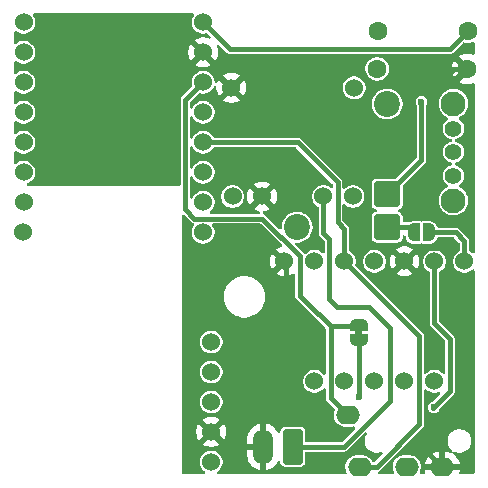
<source format=gbl>
G04 #@! TF.GenerationSoftware,KiCad,Pcbnew,9.0.2*
G04 #@! TF.CreationDate,2025-07-09T02:38:08-04:00*
G04 #@! TF.ProjectId,FBT,4642542e-6b69-4636-9164-5f7063625858,rev?*
G04 #@! TF.SameCoordinates,Original*
G04 #@! TF.FileFunction,Copper,L2,Bot*
G04 #@! TF.FilePolarity,Positive*
%FSLAX46Y46*%
G04 Gerber Fmt 4.6, Leading zero omitted, Abs format (unit mm)*
G04 Created by KiCad (PCBNEW 9.0.2) date 2025-07-09 02:38:08*
%MOMM*%
%LPD*%
G01*
G04 APERTURE LIST*
G04 Aperture macros list*
%AMRoundRect*
0 Rectangle with rounded corners*
0 $1 Rounding radius*
0 $2 $3 $4 $5 $6 $7 $8 $9 X,Y pos of 4 corners*
0 Add a 4 corners polygon primitive as box body*
4,1,4,$2,$3,$4,$5,$6,$7,$8,$9,$2,$3,0*
0 Add four circle primitives for the rounded corners*
1,1,$1+$1,$2,$3*
1,1,$1+$1,$4,$5*
1,1,$1+$1,$6,$7*
1,1,$1+$1,$8,$9*
0 Add four rect primitives between the rounded corners*
20,1,$1+$1,$2,$3,$4,$5,0*
20,1,$1+$1,$4,$5,$6,$7,0*
20,1,$1+$1,$6,$7,$8,$9,0*
20,1,$1+$1,$8,$9,$2,$3,0*%
%AMFreePoly0*
4,1,23,0.500000,-0.750000,0.000000,-0.750000,0.000000,-0.745722,-0.065263,-0.745722,-0.191342,-0.711940,-0.304381,-0.646677,-0.396677,-0.554381,-0.461940,-0.441342,-0.495722,-0.315263,-0.495722,-0.250000,-0.500000,-0.250000,-0.500000,0.250000,-0.495722,0.250000,-0.495722,0.315263,-0.461940,0.441342,-0.396677,0.554381,-0.304381,0.646677,-0.191342,0.711940,-0.065263,0.745722,0.000000,0.745722,
0.000000,0.750000,0.500000,0.750000,0.500000,-0.750000,0.500000,-0.750000,$1*%
%AMFreePoly1*
4,1,23,0.000000,0.745722,0.065263,0.745722,0.191342,0.711940,0.304381,0.646677,0.396677,0.554381,0.461940,0.441342,0.495722,0.315263,0.495722,0.250000,0.500000,0.250000,0.500000,-0.250000,0.495722,-0.250000,0.495722,-0.315263,0.461940,-0.441342,0.396677,-0.554381,0.304381,-0.646677,0.191342,-0.711940,0.065263,-0.745722,0.000000,-0.745722,0.000000,-0.750000,-0.500000,-0.750000,
-0.500000,0.750000,0.000000,0.750000,0.000000,0.745722,0.000000,0.745722,$1*%
G04 Aperture macros list end*
G04 #@! TA.AperFunction,EtchedComponent*
%ADD10C,0.000000*%
G04 #@! TD*
G04 #@! TA.AperFunction,ComponentPad*
%ADD11C,1.524000*%
G04 #@! TD*
G04 #@! TA.AperFunction,ComponentPad*
%ADD12RoundRect,0.249999X0.850001X-0.850001X0.850001X0.850001X-0.850001X0.850001X-0.850001X-0.850001X0*%
G04 #@! TD*
G04 #@! TA.AperFunction,ComponentPad*
%ADD13C,2.200000*%
G04 #@! TD*
G04 #@! TA.AperFunction,ComponentPad*
%ADD14RoundRect,0.249999X0.850001X0.850001X-0.850001X0.850001X-0.850001X-0.850001X0.850001X-0.850001X0*%
G04 #@! TD*
G04 #@! TA.AperFunction,ComponentPad*
%ADD15O,2.000000X1.600000*%
G04 #@! TD*
G04 #@! TA.AperFunction,ComponentPad*
%ADD16C,2.100000*%
G04 #@! TD*
G04 #@! TA.AperFunction,ComponentPad*
%ADD17C,1.400000*%
G04 #@! TD*
G04 #@! TA.AperFunction,ComponentPad*
%ADD18RoundRect,0.250000X0.600000X1.250000X-0.600000X1.250000X-0.600000X-1.250000X0.600000X-1.250000X0*%
G04 #@! TD*
G04 #@! TA.AperFunction,ComponentPad*
%ADD19O,1.700000X3.000000*%
G04 #@! TD*
G04 #@! TA.AperFunction,ComponentPad*
%ADD20C,1.600000*%
G04 #@! TD*
G04 #@! TA.AperFunction,SMDPad,CuDef*
%ADD21FreePoly0,180.000000*%
G04 #@! TD*
G04 #@! TA.AperFunction,SMDPad,CuDef*
%ADD22FreePoly1,180.000000*%
G04 #@! TD*
G04 #@! TA.AperFunction,SMDPad,CuDef*
%ADD23FreePoly0,270.000000*%
G04 #@! TD*
G04 #@! TA.AperFunction,SMDPad,CuDef*
%ADD24FreePoly1,270.000000*%
G04 #@! TD*
G04 #@! TA.AperFunction,ViaPad*
%ADD25C,0.600000*%
G04 #@! TD*
G04 #@! TA.AperFunction,Conductor*
%ADD26C,0.400000*%
G04 #@! TD*
G04 #@! TA.AperFunction,Conductor*
%ADD27C,0.200000*%
G04 #@! TD*
G04 APERTURE END LIST*
D10*
G04 #@! TA.AperFunction,EtchedComponent*
G36*
X160000000Y-77750000D02*
G01*
X159400000Y-77750000D01*
X159400000Y-77250000D01*
X160000000Y-77250000D01*
X160000000Y-77750000D01*
G37*
G04 #@! TD.AperFunction*
D11*
X159300000Y-56800000D03*
X148900000Y-56800000D03*
X149000000Y-66000000D03*
X151500000Y-66000000D03*
X156700000Y-66000000D03*
X159200000Y-66000000D03*
X131316004Y-51261392D03*
X131316004Y-53801392D03*
X131316004Y-56341392D03*
X131316004Y-58881392D03*
X131316004Y-61421392D03*
X131316004Y-63961392D03*
X131316004Y-66501392D03*
X131276004Y-69041392D03*
X146516004Y-69041392D03*
X146516004Y-66501392D03*
X146516004Y-63961392D03*
X146516004Y-61421392D03*
X146516004Y-58881392D03*
X146516004Y-56341392D03*
X146516004Y-53801392D03*
X146516004Y-51261392D03*
D12*
X162100000Y-65800000D03*
D13*
X162100000Y-58180000D03*
D14*
X162100000Y-68600000D03*
D13*
X154480000Y-68600000D03*
D15*
X159755000Y-88900000D03*
X163755000Y-88900000D03*
X166755000Y-88900000D03*
X158755000Y-84500000D03*
D16*
X167700000Y-66350000D03*
X167700000Y-58150000D03*
D17*
X167700000Y-64250000D03*
X167700000Y-62250000D03*
X167700000Y-60250000D03*
D18*
X154100000Y-87200000D03*
D19*
X151600000Y-87200000D03*
D11*
X147200000Y-88480000D03*
X147200000Y-85940000D03*
X147200000Y-83400000D03*
X147200000Y-80860000D03*
X147200000Y-78320000D03*
X168640000Y-71500000D03*
X166100000Y-71500000D03*
X163560000Y-71500000D03*
X161020000Y-71500000D03*
X158480000Y-71500000D03*
X155940000Y-71500000D03*
X153400000Y-71500000D03*
X155940000Y-81660000D03*
X158480000Y-81660000D03*
X161020000Y-81660000D03*
X163560000Y-81660000D03*
X166100000Y-81660000D03*
D20*
X168870000Y-55200000D03*
X161250000Y-55200000D03*
X161280000Y-52000000D03*
X168900000Y-52000000D03*
D21*
X165650000Y-69050000D03*
D22*
X164350000Y-69050000D03*
D23*
X159700000Y-76850000D03*
D24*
X159700000Y-78150000D03*
D25*
X165000000Y-58000000D03*
X164577500Y-86722500D03*
X164900000Y-65900000D03*
X159700000Y-83000000D03*
X166050000Y-83850000D03*
D26*
X161200000Y-88900000D02*
X159755000Y-88900000D01*
X154521392Y-61421392D02*
X146516004Y-61421392D01*
X164800000Y-85300000D02*
X161200000Y-88900000D01*
X157900000Y-68200000D02*
X157900000Y-64800000D01*
X158480000Y-68780000D02*
X157900000Y-68200000D01*
D27*
X159300000Y-88900000D02*
X159755000Y-88900000D01*
D26*
X164800000Y-77820000D02*
X164800000Y-85300000D01*
X163800000Y-76820000D02*
X164800000Y-77820000D01*
X157900000Y-64800000D02*
X154521392Y-61421392D01*
X163800000Y-76820000D02*
X158480000Y-71500000D01*
X158480000Y-71500000D02*
X158480000Y-68780000D01*
X154700000Y-71050000D02*
X151528392Y-67878392D01*
X145778392Y-67878392D02*
X145000000Y-67100000D01*
X145000000Y-67100000D02*
X145000000Y-57857396D01*
X159550000Y-77000000D02*
X159700000Y-76850000D01*
X157300000Y-83045000D02*
X158755000Y-84500000D01*
X159700000Y-76850000D02*
X159700000Y-77100000D01*
X145000000Y-57857396D02*
X146516004Y-56341392D01*
X151528392Y-67878392D02*
X145778392Y-67878392D01*
X157300000Y-77000000D02*
X157300000Y-83045000D01*
X157300000Y-77000000D02*
X155200000Y-74900000D01*
X155200000Y-74900000D02*
X154700000Y-74400000D01*
X157300000Y-77000000D02*
X159550000Y-77000000D01*
X154700000Y-74400000D02*
X154700000Y-71050000D01*
X168900000Y-52020000D02*
X168900000Y-52000000D01*
X165000000Y-58000000D02*
X165000000Y-62900000D01*
X167410000Y-53510000D02*
X168900000Y-52020000D01*
X163900000Y-68600000D02*
X164350000Y-69050000D01*
X167410000Y-53510000D02*
X167410000Y-53490000D01*
X148764612Y-53510000D02*
X167410000Y-53510000D01*
X165000000Y-62900000D02*
X162100000Y-65800000D01*
X146516004Y-51261392D02*
X148764612Y-53510000D01*
X167410000Y-53490000D02*
X168900000Y-52000000D01*
X162100000Y-68600000D02*
X163900000Y-68600000D01*
X157850000Y-75350000D02*
X160550000Y-75350000D01*
X162300000Y-77100000D02*
X162300000Y-83300000D01*
X156700000Y-66000000D02*
X156700000Y-69100000D01*
X157200000Y-69600000D02*
X157200000Y-74700000D01*
X162300000Y-83300000D02*
X158400000Y-87200000D01*
X157200000Y-74700000D02*
X157850000Y-75350000D01*
X158400000Y-87200000D02*
X154100000Y-87200000D01*
X156700000Y-69100000D02*
X157200000Y-69600000D01*
X160550000Y-75350000D02*
X162300000Y-77100000D01*
X147700000Y-55000000D02*
X147700000Y-55600000D01*
X166100000Y-56838630D02*
X167738630Y-55200000D01*
X163000000Y-60100000D02*
X152200000Y-60100000D01*
X168200000Y-72800000D02*
X167400000Y-72000000D01*
X146516004Y-53816004D02*
X147700000Y-55000000D01*
X147700000Y-55600000D02*
X148900000Y-56800000D01*
X165700000Y-55200000D02*
X163900000Y-57000000D01*
X147340000Y-85940000D02*
X148600000Y-87200000D01*
X166100000Y-64700000D02*
X166100000Y-56838630D01*
X152200000Y-60100000D02*
X148900000Y-56800000D01*
X164723000Y-70337000D02*
X163560000Y-71500000D01*
X164577500Y-86722500D02*
X166755000Y-88900000D01*
X147200000Y-85940000D02*
X147340000Y-85940000D01*
X163900000Y-57000000D02*
X163900000Y-59200000D01*
X153500000Y-71600000D02*
X153400000Y-71500000D01*
X167400000Y-72000000D02*
X167400000Y-71155269D01*
X168200000Y-84800000D02*
X168200000Y-72800000D01*
X146516004Y-53801392D02*
X146516004Y-53816004D01*
X164900000Y-65900000D02*
X166100000Y-64700000D01*
X148600000Y-87200000D02*
X151600000Y-87200000D01*
X167400000Y-71155269D02*
X166581731Y-70337000D01*
X166755000Y-86245000D02*
X168200000Y-84800000D01*
X167738630Y-55200000D02*
X168870000Y-55200000D01*
X147200000Y-85940000D02*
X153500000Y-79640000D01*
X163900000Y-59200000D02*
X163000000Y-60100000D01*
X166755000Y-88900000D02*
X166755000Y-86245000D01*
X153500000Y-79640000D02*
X153500000Y-71600000D01*
X168870000Y-55200000D02*
X165700000Y-55200000D01*
X166581731Y-70337000D02*
X164723000Y-70337000D01*
X166100000Y-71500000D02*
X166100000Y-76750000D01*
X166100000Y-76750000D02*
X167400000Y-78050000D01*
X167400000Y-78050000D02*
X167400000Y-82500000D01*
X166050000Y-83850000D02*
X166000000Y-83900000D01*
X159700000Y-83000000D02*
X159700000Y-78400000D01*
X167400000Y-82500000D02*
X166050000Y-83850000D01*
X168640000Y-69790000D02*
X168640000Y-71500000D01*
X167900000Y-69050000D02*
X168640000Y-69790000D01*
X165500000Y-69050000D02*
X167900000Y-69050000D01*
G04 #@! TA.AperFunction,Conductor*
G36*
X144905203Y-67572041D02*
G01*
X144911681Y-67578073D01*
X145453571Y-68119963D01*
X145453581Y-68119974D01*
X145532480Y-68198873D01*
X145563656Y-68216872D01*
X145570496Y-68220821D01*
X145623805Y-68251599D01*
X145687233Y-68268594D01*
X145694939Y-68271820D01*
X145715833Y-68288785D01*
X145738817Y-68302795D01*
X145742549Y-68310477D01*
X145749180Y-68315862D01*
X145757585Y-68341431D01*
X145769346Y-68365642D01*
X145768331Y-68374123D01*
X145770999Y-68382237D01*
X145764246Y-68408290D01*
X145761051Y-68435018D01*
X145753902Y-68448203D01*
X145753470Y-68449872D01*
X145752523Y-68450746D01*
X145750166Y-68455095D01*
X145663046Y-68585480D01*
X145590492Y-68760640D01*
X145590490Y-68760648D01*
X145553504Y-68946589D01*
X145553504Y-69136194D01*
X145590490Y-69322135D01*
X145590492Y-69322143D01*
X145663046Y-69497304D01*
X145768381Y-69654950D01*
X145902445Y-69789014D01*
X145956111Y-69824872D01*
X146060089Y-69894348D01*
X146060090Y-69894348D01*
X146060091Y-69894349D01*
X146074941Y-69900500D01*
X146235253Y-69966904D01*
X146403384Y-70000347D01*
X146421201Y-70003891D01*
X146421205Y-70003892D01*
X146421206Y-70003892D01*
X146610803Y-70003892D01*
X146610804Y-70003891D01*
X146796755Y-69966904D01*
X146971919Y-69894348D01*
X147129562Y-69789014D01*
X147263626Y-69654950D01*
X147368960Y-69497307D01*
X147441516Y-69322143D01*
X147478504Y-69136190D01*
X147478504Y-68946594D01*
X147441516Y-68760641D01*
X147368960Y-68585477D01*
X147292992Y-68471783D01*
X147272114Y-68405105D01*
X147290599Y-68337725D01*
X147342578Y-68291035D01*
X147396094Y-68278892D01*
X151311137Y-68278892D01*
X151378176Y-68298577D01*
X151398818Y-68315211D01*
X153148730Y-70065123D01*
X153182215Y-70126446D01*
X153177231Y-70196138D01*
X153135359Y-70252071D01*
X153099368Y-70270735D01*
X152915561Y-70330458D01*
X152738564Y-70420643D01*
X152701283Y-70447729D01*
X152701282Y-70447730D01*
X153311414Y-71057862D01*
X153226306Y-71080667D01*
X153123694Y-71139910D01*
X153039910Y-71223694D01*
X152980667Y-71326306D01*
X152957861Y-71411414D01*
X152347730Y-70801282D01*
X152347729Y-70801283D01*
X152320643Y-70838564D01*
X152230457Y-71015562D01*
X152169075Y-71204476D01*
X152169075Y-71204479D01*
X152138000Y-71400678D01*
X152138000Y-71599321D01*
X152169075Y-71795520D01*
X152169075Y-71795523D01*
X152230457Y-71984437D01*
X152320641Y-72161432D01*
X152347730Y-72198715D01*
X152347731Y-72198716D01*
X152957861Y-71588585D01*
X152980667Y-71673694D01*
X153039910Y-71776306D01*
X153123694Y-71860090D01*
X153226306Y-71919333D01*
X153311413Y-71942137D01*
X152701283Y-72552268D01*
X152701283Y-72552269D01*
X152738567Y-72579358D01*
X152915562Y-72669542D01*
X153104477Y-72730924D01*
X153300679Y-72762000D01*
X153499321Y-72762000D01*
X153695520Y-72730924D01*
X153695523Y-72730924D01*
X153884437Y-72669542D01*
X154061432Y-72579358D01*
X154102614Y-72549438D01*
X154168420Y-72525958D01*
X154236474Y-72541783D01*
X154285169Y-72591888D01*
X154299500Y-72649756D01*
X154299500Y-74452726D01*
X154326793Y-74554589D01*
X154353156Y-74600250D01*
X154379520Y-74645913D01*
X154379521Y-74645914D01*
X154379522Y-74645915D01*
X154875179Y-75141571D01*
X154875200Y-75141594D01*
X156863181Y-77129574D01*
X156896666Y-77190897D01*
X156899500Y-77217255D01*
X156899500Y-80958957D01*
X156879815Y-81025996D01*
X156827011Y-81071751D01*
X156757853Y-81081695D01*
X156694297Y-81052670D01*
X156687819Y-81046638D01*
X156553558Y-80912377D01*
X156395912Y-80807042D01*
X156220751Y-80734488D01*
X156220743Y-80734486D01*
X156034802Y-80697500D01*
X156034798Y-80697500D01*
X155845202Y-80697500D01*
X155845197Y-80697500D01*
X155659256Y-80734486D01*
X155659248Y-80734488D01*
X155484087Y-80807042D01*
X155326441Y-80912377D01*
X155192377Y-81046441D01*
X155087042Y-81204087D01*
X155014488Y-81379248D01*
X155014486Y-81379256D01*
X154977500Y-81565197D01*
X154977500Y-81754802D01*
X155014486Y-81940743D01*
X155014488Y-81940751D01*
X155087042Y-82115912D01*
X155192377Y-82273558D01*
X155326441Y-82407622D01*
X155406392Y-82461043D01*
X155484085Y-82512956D01*
X155659249Y-82585512D01*
X155845197Y-82622499D01*
X155845201Y-82622500D01*
X155845202Y-82622500D01*
X156034799Y-82622500D01*
X156034800Y-82622499D01*
X156220751Y-82585512D01*
X156395915Y-82512956D01*
X156553558Y-82407622D01*
X156612931Y-82348249D01*
X156687819Y-82273362D01*
X156749142Y-82239877D01*
X156818834Y-82244861D01*
X156874767Y-82286733D01*
X156899184Y-82352197D01*
X156899500Y-82361043D01*
X156899500Y-82992273D01*
X156899500Y-83097727D01*
X156905267Y-83119249D01*
X156926793Y-83199589D01*
X156953156Y-83245250D01*
X156979520Y-83290913D01*
X156979521Y-83290914D01*
X156979522Y-83290915D01*
X157623349Y-83934742D01*
X157656834Y-83996065D01*
X157651850Y-84065757D01*
X157650229Y-84069875D01*
X157592950Y-84208160D01*
X157592947Y-84208170D01*
X157554500Y-84401456D01*
X157554500Y-84401459D01*
X157554500Y-84598541D01*
X157554500Y-84598543D01*
X157554499Y-84598543D01*
X157592947Y-84791829D01*
X157592950Y-84791839D01*
X157668364Y-84973907D01*
X157668371Y-84973920D01*
X157777860Y-85137781D01*
X157777863Y-85137785D01*
X157917214Y-85277136D01*
X157917218Y-85277139D01*
X158081079Y-85386628D01*
X158081092Y-85386635D01*
X158263160Y-85462049D01*
X158263165Y-85462051D01*
X158263169Y-85462051D01*
X158263170Y-85462052D01*
X158456456Y-85500500D01*
X158456459Y-85500500D01*
X159053543Y-85500500D01*
X159131640Y-85484964D01*
X159246835Y-85462051D01*
X159246837Y-85462049D01*
X159251266Y-85461169D01*
X159320858Y-85467396D01*
X159376035Y-85510258D01*
X159399280Y-85576148D01*
X159383213Y-85644145D01*
X159363139Y-85670467D01*
X158270426Y-86763181D01*
X158209103Y-86796666D01*
X158182745Y-86799500D01*
X155274500Y-86799500D01*
X155207461Y-86779815D01*
X155161706Y-86727011D01*
X155150500Y-86675500D01*
X155150500Y-85895730D01*
X155147646Y-85865300D01*
X155147646Y-85865298D01*
X155103084Y-85737950D01*
X155102793Y-85737118D01*
X155022150Y-85627850D01*
X154912882Y-85547207D01*
X154912880Y-85547206D01*
X154784700Y-85502353D01*
X154754270Y-85499500D01*
X154754266Y-85499500D01*
X153445734Y-85499500D01*
X153445730Y-85499500D01*
X153415300Y-85502353D01*
X153415298Y-85502353D01*
X153287119Y-85547206D01*
X153287117Y-85547207D01*
X153177850Y-85627850D01*
X153097207Y-85737117D01*
X153097206Y-85737119D01*
X153052353Y-85865298D01*
X153052353Y-85865300D01*
X153049500Y-85895730D01*
X153049500Y-85904676D01*
X153029815Y-85971715D01*
X152977011Y-86017470D01*
X152907853Y-86027414D01*
X152844297Y-85998389D01*
X152815015Y-85960971D01*
X152754620Y-85842442D01*
X152629727Y-85670540D01*
X152629723Y-85670535D01*
X152479464Y-85520276D01*
X152479459Y-85520272D01*
X152307557Y-85395379D01*
X152118215Y-85298903D01*
X151916124Y-85233241D01*
X151850000Y-85222768D01*
X151850000Y-86766988D01*
X151792993Y-86734075D01*
X151665826Y-86700000D01*
X151534174Y-86700000D01*
X151407007Y-86734075D01*
X151350000Y-86766988D01*
X151350000Y-85222768D01*
X151349999Y-85222768D01*
X151283875Y-85233241D01*
X151081784Y-85298903D01*
X150892442Y-85395379D01*
X150720540Y-85520272D01*
X150720535Y-85520276D01*
X150570276Y-85670535D01*
X150570272Y-85670540D01*
X150445379Y-85842442D01*
X150348904Y-86031782D01*
X150283242Y-86233869D01*
X150283242Y-86233872D01*
X150250000Y-86443753D01*
X150250000Y-86950000D01*
X151166988Y-86950000D01*
X151134075Y-87007007D01*
X151100000Y-87134174D01*
X151100000Y-87265826D01*
X151134075Y-87392993D01*
X151166988Y-87450000D01*
X150250000Y-87450000D01*
X150250000Y-87956246D01*
X150283242Y-88166127D01*
X150283242Y-88166130D01*
X150348904Y-88368217D01*
X150445379Y-88557557D01*
X150570272Y-88729459D01*
X150570276Y-88729464D01*
X150720535Y-88879723D01*
X150720540Y-88879727D01*
X150892442Y-89004620D01*
X151081782Y-89101095D01*
X151283871Y-89166757D01*
X151350000Y-89177231D01*
X151350000Y-87633012D01*
X151407007Y-87665925D01*
X151534174Y-87700000D01*
X151665826Y-87700000D01*
X151792993Y-87665925D01*
X151850000Y-87633012D01*
X151850000Y-89177230D01*
X151916126Y-89166757D01*
X151916129Y-89166757D01*
X152118217Y-89101095D01*
X152307557Y-89004620D01*
X152479459Y-88879727D01*
X152479464Y-88879723D01*
X152629723Y-88729464D01*
X152629727Y-88729459D01*
X152754620Y-88557557D01*
X152815015Y-88439028D01*
X152862990Y-88388232D01*
X152930811Y-88371437D01*
X152996946Y-88393974D01*
X153040397Y-88448690D01*
X153049500Y-88495323D01*
X153049500Y-88504269D01*
X153052353Y-88534699D01*
X153052353Y-88534701D01*
X153092699Y-88650000D01*
X153097207Y-88662882D01*
X153177850Y-88772150D01*
X153287118Y-88852793D01*
X153290345Y-88853922D01*
X153415299Y-88897646D01*
X153445730Y-88900500D01*
X153445734Y-88900500D01*
X154754270Y-88900500D01*
X154784699Y-88897646D01*
X154784701Y-88897646D01*
X154848790Y-88875219D01*
X154912882Y-88852793D01*
X155022150Y-88772150D01*
X155102793Y-88662882D01*
X155126341Y-88595586D01*
X155147646Y-88534701D01*
X155147646Y-88534699D01*
X155150500Y-88504269D01*
X155150500Y-87724500D01*
X155170185Y-87657461D01*
X155222989Y-87611706D01*
X155274500Y-87600500D01*
X158452725Y-87600500D01*
X158452727Y-87600500D01*
X158554588Y-87573207D01*
X158645913Y-87520480D01*
X160189417Y-85976975D01*
X160250738Y-85943492D01*
X160320430Y-85948476D01*
X160376363Y-85990348D01*
X160400780Y-86055812D01*
X160385928Y-86124085D01*
X160380199Y-86133548D01*
X160318370Y-86226081D01*
X160318364Y-86226092D01*
X160242950Y-86408160D01*
X160242947Y-86408170D01*
X160204500Y-86601456D01*
X160204500Y-86601459D01*
X160204500Y-86798541D01*
X160204500Y-86798543D01*
X160204499Y-86798543D01*
X160242947Y-86991829D01*
X160242950Y-86991839D01*
X160318364Y-87173907D01*
X160318371Y-87173920D01*
X160427860Y-87337781D01*
X160427863Y-87337785D01*
X160567214Y-87477136D01*
X160567218Y-87477139D01*
X160731079Y-87586628D01*
X160731092Y-87586635D01*
X160911077Y-87661186D01*
X160913165Y-87662051D01*
X160913169Y-87662051D01*
X160913170Y-87662052D01*
X161106456Y-87700500D01*
X161106459Y-87700500D01*
X161303543Y-87700500D01*
X161477359Y-87665925D01*
X161496835Y-87662051D01*
X161560588Y-87635643D01*
X161630055Y-87628175D01*
X161692535Y-87659450D01*
X161728187Y-87719539D01*
X161725694Y-87789364D01*
X161695720Y-87837886D01*
X161070426Y-88463181D01*
X161043498Y-88477884D01*
X161017680Y-88494477D01*
X161011479Y-88495368D01*
X161009103Y-88496666D01*
X160982745Y-88499500D01*
X160954895Y-88499500D01*
X160887856Y-88479815D01*
X160845493Y-88430926D01*
X160844502Y-88431456D01*
X160842166Y-88427086D01*
X160842101Y-88427011D01*
X160841990Y-88426756D01*
X160841628Y-88426079D01*
X160732139Y-88262218D01*
X160732136Y-88262214D01*
X160592785Y-88122863D01*
X160592781Y-88122860D01*
X160428920Y-88013371D01*
X160428907Y-88013364D01*
X160246839Y-87937950D01*
X160246829Y-87937947D01*
X160053543Y-87899500D01*
X160053541Y-87899500D01*
X159456459Y-87899500D01*
X159456457Y-87899500D01*
X159263170Y-87937947D01*
X159263160Y-87937950D01*
X159081092Y-88013364D01*
X159081079Y-88013371D01*
X158917218Y-88122860D01*
X158917214Y-88122863D01*
X158777863Y-88262214D01*
X158777860Y-88262218D01*
X158668371Y-88426079D01*
X158668364Y-88426092D01*
X158592950Y-88608160D01*
X158592947Y-88608170D01*
X158554500Y-88801456D01*
X158554500Y-88801459D01*
X158554500Y-88998541D01*
X158554500Y-88998543D01*
X158554499Y-88998543D01*
X158592947Y-89191829D01*
X158592950Y-89191839D01*
X158649369Y-89328048D01*
X158656838Y-89397517D01*
X158625562Y-89459996D01*
X158565473Y-89495648D01*
X158534808Y-89499500D01*
X147815437Y-89499500D01*
X147748398Y-89479815D01*
X147702643Y-89427011D01*
X147692699Y-89357853D01*
X147721724Y-89294297D01*
X147746547Y-89272398D01*
X147787838Y-89244807D01*
X147813558Y-89227622D01*
X147947622Y-89093558D01*
X148052956Y-88935915D01*
X148125512Y-88760751D01*
X148162500Y-88574798D01*
X148162500Y-88385202D01*
X148125512Y-88199249D01*
X148052956Y-88024085D01*
X147969711Y-87899500D01*
X147947622Y-87866441D01*
X147813558Y-87732377D01*
X147655912Y-87627042D01*
X147480751Y-87554488D01*
X147480743Y-87554486D01*
X147308651Y-87520255D01*
X147294802Y-87517500D01*
X147294798Y-87517500D01*
X147105202Y-87517500D01*
X147105197Y-87517500D01*
X146919256Y-87554486D01*
X146919248Y-87554488D01*
X146744087Y-87627042D01*
X146586441Y-87732377D01*
X146452377Y-87866441D01*
X146347042Y-88024087D01*
X146274488Y-88199248D01*
X146274486Y-88199256D01*
X146237500Y-88385197D01*
X146237500Y-88574802D01*
X146274486Y-88760743D01*
X146274488Y-88760751D01*
X146347042Y-88935912D01*
X146452377Y-89093558D01*
X146586438Y-89227619D01*
X146586446Y-89227625D01*
X146653453Y-89272398D01*
X146698259Y-89326010D01*
X146706966Y-89395335D01*
X146676812Y-89458362D01*
X146617369Y-89495082D01*
X146584563Y-89499500D01*
X144824000Y-89499500D01*
X144756961Y-89479815D01*
X144711206Y-89427011D01*
X144700000Y-89375500D01*
X144700000Y-85840678D01*
X145938000Y-85840678D01*
X145938000Y-86039321D01*
X145969075Y-86235520D01*
X145969075Y-86235523D01*
X146030457Y-86424437D01*
X146120641Y-86601432D01*
X146147730Y-86638715D01*
X146147731Y-86638716D01*
X146757861Y-86028585D01*
X146780667Y-86113694D01*
X146839910Y-86216306D01*
X146923694Y-86300090D01*
X147026306Y-86359333D01*
X147111414Y-86382137D01*
X146501283Y-86992268D01*
X146501283Y-86992269D01*
X146538567Y-87019358D01*
X146715562Y-87109542D01*
X146904477Y-87170924D01*
X147100679Y-87202000D01*
X147299321Y-87202000D01*
X147495520Y-87170924D01*
X147495523Y-87170924D01*
X147684437Y-87109542D01*
X147861425Y-87019362D01*
X147898716Y-86992268D01*
X147288585Y-86382137D01*
X147373694Y-86359333D01*
X147476306Y-86300090D01*
X147560090Y-86216306D01*
X147619333Y-86113694D01*
X147642138Y-86028585D01*
X148252268Y-86638715D01*
X148279362Y-86601425D01*
X148369541Y-86424438D01*
X148377300Y-86400562D01*
X148377300Y-86400561D01*
X148430924Y-86235523D01*
X148430924Y-86235520D01*
X148462000Y-86039321D01*
X148462000Y-85840678D01*
X148430924Y-85644479D01*
X148430924Y-85644476D01*
X148369542Y-85455562D01*
X148279358Y-85278567D01*
X148252268Y-85241283D01*
X147642137Y-85851414D01*
X147619333Y-85766306D01*
X147560090Y-85663694D01*
X147476306Y-85579910D01*
X147373694Y-85520667D01*
X147288585Y-85497861D01*
X147898716Y-84887731D01*
X147898715Y-84887730D01*
X147861432Y-84860641D01*
X147684437Y-84770457D01*
X147495522Y-84709075D01*
X147299321Y-84678000D01*
X147100679Y-84678000D01*
X146904479Y-84709075D01*
X146904476Y-84709075D01*
X146715562Y-84770457D01*
X146538564Y-84860643D01*
X146501283Y-84887729D01*
X146501282Y-84887730D01*
X147111415Y-85497861D01*
X147026306Y-85520667D01*
X146923694Y-85579910D01*
X146839910Y-85663694D01*
X146780667Y-85766306D01*
X146757861Y-85851414D01*
X146147730Y-85241282D01*
X146147729Y-85241283D01*
X146120643Y-85278564D01*
X146030457Y-85455562D01*
X145969075Y-85644476D01*
X145969075Y-85644479D01*
X145938000Y-85840678D01*
X144700000Y-85840678D01*
X144700000Y-83305197D01*
X146237500Y-83305197D01*
X146237500Y-83494802D01*
X146274486Y-83680743D01*
X146274488Y-83680751D01*
X146347042Y-83855912D01*
X146452377Y-84013558D01*
X146586441Y-84147622D01*
X146677043Y-84208160D01*
X146744085Y-84252956D01*
X146919249Y-84325512D01*
X147105197Y-84362499D01*
X147105201Y-84362500D01*
X147105202Y-84362500D01*
X147294799Y-84362500D01*
X147294800Y-84362499D01*
X147480751Y-84325512D01*
X147655915Y-84252956D01*
X147813558Y-84147622D01*
X147947622Y-84013558D01*
X148052956Y-83855915D01*
X148125512Y-83680751D01*
X148162500Y-83494798D01*
X148162500Y-83305202D01*
X148125512Y-83119249D01*
X148052956Y-82944085D01*
X147975220Y-82827745D01*
X147947622Y-82786441D01*
X147813558Y-82652377D01*
X147655912Y-82547042D01*
X147480751Y-82474488D01*
X147480743Y-82474486D01*
X147294802Y-82437500D01*
X147294798Y-82437500D01*
X147105202Y-82437500D01*
X147105197Y-82437500D01*
X146919256Y-82474486D01*
X146919248Y-82474488D01*
X146744087Y-82547042D01*
X146586441Y-82652377D01*
X146452377Y-82786441D01*
X146347042Y-82944087D01*
X146274488Y-83119248D01*
X146274486Y-83119256D01*
X146237500Y-83305197D01*
X144700000Y-83305197D01*
X144700000Y-80765197D01*
X146237500Y-80765197D01*
X146237500Y-80954802D01*
X146274486Y-81140743D01*
X146274488Y-81140751D01*
X146347042Y-81315912D01*
X146452377Y-81473558D01*
X146586441Y-81607622D01*
X146691300Y-81677686D01*
X146744085Y-81712956D01*
X146919249Y-81785512D01*
X147105197Y-81822499D01*
X147105201Y-81822500D01*
X147105202Y-81822500D01*
X147294799Y-81822500D01*
X147294800Y-81822499D01*
X147480751Y-81785512D01*
X147655915Y-81712956D01*
X147813558Y-81607622D01*
X147947622Y-81473558D01*
X148052956Y-81315915D01*
X148125512Y-81140751D01*
X148162500Y-80954798D01*
X148162500Y-80765202D01*
X148125512Y-80579249D01*
X148052956Y-80404085D01*
X148017686Y-80351300D01*
X147947622Y-80246441D01*
X147813558Y-80112377D01*
X147655912Y-80007042D01*
X147480751Y-79934488D01*
X147480743Y-79934486D01*
X147294802Y-79897500D01*
X147294798Y-79897500D01*
X147105202Y-79897500D01*
X147105197Y-79897500D01*
X146919256Y-79934486D01*
X146919248Y-79934488D01*
X146744087Y-80007042D01*
X146586441Y-80112377D01*
X146452377Y-80246441D01*
X146347042Y-80404087D01*
X146274488Y-80579248D01*
X146274486Y-80579256D01*
X146237500Y-80765197D01*
X144700000Y-80765197D01*
X144700000Y-78225197D01*
X146237500Y-78225197D01*
X146237500Y-78414802D01*
X146274486Y-78600743D01*
X146274488Y-78600751D01*
X146347042Y-78775912D01*
X146452377Y-78933558D01*
X146586441Y-79067622D01*
X146691300Y-79137686D01*
X146744085Y-79172956D01*
X146919249Y-79245512D01*
X147105197Y-79282499D01*
X147105201Y-79282500D01*
X147105202Y-79282500D01*
X147294799Y-79282500D01*
X147294800Y-79282499D01*
X147480751Y-79245512D01*
X147655915Y-79172956D01*
X147813558Y-79067622D01*
X147947622Y-78933558D01*
X148052956Y-78775915D01*
X148125512Y-78600751D01*
X148162500Y-78414798D01*
X148162500Y-78225202D01*
X148125512Y-78039249D01*
X148052956Y-77864085D01*
X148017686Y-77811300D01*
X147947622Y-77706441D01*
X147813558Y-77572377D01*
X147655912Y-77467042D01*
X147480751Y-77394488D01*
X147480743Y-77394486D01*
X147294802Y-77357500D01*
X147294798Y-77357500D01*
X147105202Y-77357500D01*
X147105197Y-77357500D01*
X146919256Y-77394486D01*
X146919248Y-77394488D01*
X146744087Y-77467042D01*
X146586441Y-77572377D01*
X146452377Y-77706441D01*
X146347042Y-77864087D01*
X146274488Y-78039248D01*
X146274486Y-78039256D01*
X146237500Y-78225197D01*
X144700000Y-78225197D01*
X144700000Y-74385258D01*
X148249500Y-74385258D01*
X148249500Y-74614741D01*
X148267667Y-74752726D01*
X148279452Y-74842238D01*
X148329634Y-75029522D01*
X148338842Y-75063887D01*
X148426650Y-75275876D01*
X148426657Y-75275890D01*
X148541392Y-75474617D01*
X148681081Y-75656661D01*
X148681089Y-75656670D01*
X148843330Y-75818911D01*
X148843338Y-75818918D01*
X149025382Y-75958607D01*
X149025385Y-75958608D01*
X149025388Y-75958611D01*
X149224112Y-76073344D01*
X149224117Y-76073346D01*
X149224123Y-76073349D01*
X149315480Y-76111190D01*
X149436113Y-76161158D01*
X149657762Y-76220548D01*
X149885266Y-76250500D01*
X149885273Y-76250500D01*
X150114727Y-76250500D01*
X150114734Y-76250500D01*
X150342238Y-76220548D01*
X150563887Y-76161158D01*
X150775888Y-76073344D01*
X150974612Y-75958611D01*
X151156661Y-75818919D01*
X151156665Y-75818914D01*
X151156670Y-75818911D01*
X151318911Y-75656670D01*
X151318914Y-75656665D01*
X151318919Y-75656661D01*
X151458611Y-75474612D01*
X151573344Y-75275888D01*
X151661158Y-75063887D01*
X151720548Y-74842238D01*
X151750500Y-74614734D01*
X151750500Y-74385266D01*
X151720548Y-74157762D01*
X151661158Y-73936113D01*
X151573344Y-73724112D01*
X151458611Y-73525388D01*
X151458608Y-73525385D01*
X151458607Y-73525382D01*
X151318918Y-73343338D01*
X151318911Y-73343330D01*
X151156670Y-73181089D01*
X151156661Y-73181081D01*
X150974617Y-73041392D01*
X150775890Y-72926657D01*
X150775876Y-72926650D01*
X150563887Y-72838842D01*
X150342238Y-72779452D01*
X150304215Y-72774446D01*
X150114741Y-72749500D01*
X150114734Y-72749500D01*
X149885266Y-72749500D01*
X149885258Y-72749500D01*
X149668715Y-72778009D01*
X149657762Y-72779452D01*
X149564076Y-72804554D01*
X149436112Y-72838842D01*
X149224123Y-72926650D01*
X149224109Y-72926657D01*
X149025382Y-73041392D01*
X148843338Y-73181081D01*
X148681081Y-73343338D01*
X148541392Y-73525382D01*
X148426657Y-73724109D01*
X148426650Y-73724123D01*
X148338842Y-73936112D01*
X148279453Y-74157759D01*
X148279451Y-74157770D01*
X148249500Y-74385258D01*
X144700000Y-74385258D01*
X144700000Y-67665754D01*
X144719685Y-67598715D01*
X144772489Y-67552960D01*
X144841647Y-67543016D01*
X144905203Y-67572041D01*
G37*
G04 #@! TD.AperFunction*
G04 #@! TA.AperFunction,Conductor*
G36*
X145701879Y-50520185D02*
G01*
X145747634Y-50572989D01*
X145757578Y-50642147D01*
X145737942Y-50693391D01*
X145663046Y-50805479D01*
X145590492Y-50980640D01*
X145590490Y-50980648D01*
X145553504Y-51166589D01*
X145553504Y-51356194D01*
X145590490Y-51542135D01*
X145590492Y-51542143D01*
X145663046Y-51717304D01*
X145768381Y-51874950D01*
X145902445Y-52009014D01*
X146007304Y-52079078D01*
X146060089Y-52114348D01*
X146235253Y-52186904D01*
X146421201Y-52223891D01*
X146421205Y-52223892D01*
X146421206Y-52223892D01*
X146610803Y-52223892D01*
X146610803Y-52223891D01*
X146796755Y-52186904D01*
X146796757Y-52186902D01*
X146797114Y-52186832D01*
X146866706Y-52193059D01*
X146908987Y-52220768D01*
X147108688Y-52420469D01*
X147142173Y-52481792D01*
X147137189Y-52551484D01*
X147095317Y-52607417D01*
X147029853Y-52631834D01*
X146982689Y-52626081D01*
X146811526Y-52570467D01*
X146615325Y-52539392D01*
X146416683Y-52539392D01*
X146220483Y-52570467D01*
X146220480Y-52570467D01*
X146031566Y-52631849D01*
X145854568Y-52722035D01*
X145817287Y-52749121D01*
X145817286Y-52749122D01*
X146427419Y-53359253D01*
X146342310Y-53382059D01*
X146239698Y-53441302D01*
X146155914Y-53525086D01*
X146096671Y-53627698D01*
X146073865Y-53712806D01*
X145463734Y-53102674D01*
X145463733Y-53102675D01*
X145436647Y-53139956D01*
X145346461Y-53316954D01*
X145285079Y-53505868D01*
X145285079Y-53505871D01*
X145254004Y-53702070D01*
X145254004Y-53900713D01*
X145285079Y-54096912D01*
X145285079Y-54096915D01*
X145346461Y-54285829D01*
X145436645Y-54462824D01*
X145463734Y-54500107D01*
X145463735Y-54500108D01*
X146073865Y-53889977D01*
X146096671Y-53975086D01*
X146155914Y-54077698D01*
X146239698Y-54161482D01*
X146342310Y-54220725D01*
X146427418Y-54243529D01*
X145817287Y-54853660D01*
X145817287Y-54853661D01*
X145854571Y-54880750D01*
X146031566Y-54970934D01*
X146220481Y-55032316D01*
X146416683Y-55063392D01*
X146615325Y-55063392D01*
X146811524Y-55032316D01*
X146811527Y-55032316D01*
X146980432Y-54977436D01*
X147000441Y-54970934D01*
X147177429Y-54880754D01*
X147214720Y-54853660D01*
X146604589Y-54243529D01*
X146689698Y-54220725D01*
X146792310Y-54161482D01*
X146876094Y-54077698D01*
X146935337Y-53975086D01*
X146958142Y-53889976D01*
X147568272Y-54500107D01*
X147595366Y-54462817D01*
X147685546Y-54285829D01*
X147746928Y-54096915D01*
X147746928Y-54096912D01*
X147778004Y-53900713D01*
X147778004Y-53702070D01*
X147746928Y-53505871D01*
X147746928Y-53505868D01*
X147691314Y-53334706D01*
X147689319Y-53264865D01*
X147725399Y-53205032D01*
X147788100Y-53174204D01*
X147857514Y-53182169D01*
X147896926Y-53208707D01*
X148518699Y-53830480D01*
X148610024Y-53883207D01*
X148711885Y-53910500D01*
X148711887Y-53910500D01*
X167462725Y-53910500D01*
X167462727Y-53910500D01*
X167564588Y-53883207D01*
X167655913Y-53830480D01*
X168491383Y-52995008D01*
X168552704Y-52961525D01*
X168603254Y-52961074D01*
X168608164Y-52962050D01*
X168608165Y-52962051D01*
X168637333Y-52967853D01*
X168801456Y-53000500D01*
X168801459Y-53000500D01*
X168998543Y-53000500D01*
X169128582Y-52974632D01*
X169191835Y-52962051D01*
X169328048Y-52905629D01*
X169397517Y-52898161D01*
X169459996Y-52929436D01*
X169495648Y-52989525D01*
X169499500Y-53020191D01*
X169499500Y-53866964D01*
X169479815Y-53934003D01*
X169427011Y-53979758D01*
X169357853Y-53989702D01*
X169337182Y-53984895D01*
X169174419Y-53932010D01*
X168972317Y-53900000D01*
X168767683Y-53900000D01*
X168565582Y-53932009D01*
X168370968Y-53995244D01*
X168188644Y-54088143D01*
X168144077Y-54120523D01*
X168144077Y-54120524D01*
X168823553Y-54800000D01*
X168817339Y-54800000D01*
X168715606Y-54827259D01*
X168624394Y-54879920D01*
X168549920Y-54954394D01*
X168497259Y-55045606D01*
X168470000Y-55147339D01*
X168470000Y-55153553D01*
X167790524Y-54474077D01*
X167790523Y-54474077D01*
X167758143Y-54518644D01*
X167665244Y-54700968D01*
X167602009Y-54895582D01*
X167570000Y-55097682D01*
X167570000Y-55302317D01*
X167602009Y-55504417D01*
X167665244Y-55699031D01*
X167758141Y-55881350D01*
X167758147Y-55881359D01*
X167790523Y-55925921D01*
X167790524Y-55925922D01*
X168470000Y-55246446D01*
X168470000Y-55252661D01*
X168497259Y-55354394D01*
X168549920Y-55445606D01*
X168624394Y-55520080D01*
X168715606Y-55572741D01*
X168817339Y-55600000D01*
X168823552Y-55600000D01*
X168144076Y-56279474D01*
X168188650Y-56311859D01*
X168370968Y-56404755D01*
X168565582Y-56467990D01*
X168767683Y-56500000D01*
X168972317Y-56500000D01*
X169174417Y-56467990D01*
X169337181Y-56415103D01*
X169407022Y-56413107D01*
X169466855Y-56449187D01*
X169497684Y-56511888D01*
X169499500Y-56533034D01*
X169499500Y-70698957D01*
X169479815Y-70765996D01*
X169427011Y-70811751D01*
X169357853Y-70821695D01*
X169294297Y-70792670D01*
X169287819Y-70786638D01*
X169253561Y-70752380D01*
X169253557Y-70752377D01*
X169095609Y-70646839D01*
X169050804Y-70593227D01*
X169040500Y-70543737D01*
X169040500Y-69737275D01*
X169040499Y-69737270D01*
X169033127Y-69709755D01*
X169013208Y-69635414D01*
X168990305Y-69595745D01*
X168960480Y-69544087D01*
X168145913Y-68729520D01*
X168098855Y-68702351D01*
X168054589Y-68676793D01*
X168003657Y-68663146D01*
X167952727Y-68649500D01*
X167952726Y-68649500D01*
X166435208Y-68649500D01*
X166368169Y-68629815D01*
X166322414Y-68577011D01*
X166315433Y-68557592D01*
X166314421Y-68553815D01*
X166314420Y-68553814D01*
X166293898Y-68504268D01*
X166293895Y-68504262D01*
X166293893Y-68504257D01*
X166228067Y-68390243D01*
X166215697Y-68374123D01*
X166195409Y-68347683D01*
X166102316Y-68254590D01*
X166059759Y-68221934D01*
X165945745Y-68156108D01*
X165945731Y-68156101D01*
X165896188Y-68135580D01*
X165854099Y-68124302D01*
X165769014Y-68101503D01*
X165769009Y-68101502D01*
X165769007Y-68101502D01*
X165715832Y-68094500D01*
X165715826Y-68094500D01*
X165150000Y-68094500D01*
X165149995Y-68094500D01*
X165104272Y-68099651D01*
X165059643Y-68121144D01*
X164990701Y-68132495D01*
X164953659Y-68116951D01*
X164951752Y-68120913D01*
X164939164Y-68114851D01*
X164850004Y-68094500D01*
X164850000Y-68094500D01*
X164284174Y-68094500D01*
X164284167Y-68094500D01*
X164230992Y-68101502D01*
X164230986Y-68101503D01*
X164103811Y-68135580D01*
X164054268Y-68156101D01*
X164054246Y-68156112D01*
X164007871Y-68182887D01*
X163945872Y-68199500D01*
X163524499Y-68199500D01*
X163457460Y-68179815D01*
X163411705Y-68127011D01*
X163400499Y-68075500D01*
X163400499Y-67695739D01*
X163400499Y-67695734D01*
X163397646Y-67665300D01*
X163352793Y-67537117D01*
X163308328Y-67476869D01*
X163272150Y-67427849D01*
X163209281Y-67381450D01*
X163162883Y-67347207D01*
X163139345Y-67338970D01*
X163076673Y-67317040D01*
X163019898Y-67276318D01*
X162994151Y-67211365D01*
X163007608Y-67142803D01*
X163055996Y-67092401D01*
X163076662Y-67082962D01*
X163162883Y-67052793D01*
X163272150Y-66972150D01*
X163352793Y-66862883D01*
X163381048Y-66782135D01*
X163397646Y-66734702D01*
X163397646Y-66734700D01*
X163397957Y-66731387D01*
X163400500Y-66704267D01*
X163400499Y-65117253D01*
X163420184Y-65050215D01*
X163436813Y-65029578D01*
X165320480Y-63145913D01*
X165373206Y-63054588D01*
X165373207Y-63054587D01*
X165400500Y-62952727D01*
X165400500Y-58340539D01*
X165417112Y-58278540D01*
X165466392Y-58193186D01*
X165500500Y-58065892D01*
X165500500Y-58051577D01*
X166449500Y-58051577D01*
X166449500Y-58248422D01*
X166480290Y-58442826D01*
X166541117Y-58630029D01*
X166566181Y-58679219D01*
X166630476Y-58805405D01*
X166746172Y-58964646D01*
X166885354Y-59103828D01*
X167004784Y-59190600D01*
X167044596Y-59219525D01*
X167183319Y-59290207D01*
X167234116Y-59338181D01*
X167250911Y-59406002D01*
X167228374Y-59472137D01*
X167195918Y-59503793D01*
X167125963Y-59550536D01*
X167000538Y-59675961D01*
X167000535Y-59675965D01*
X166901990Y-59823446D01*
X166901983Y-59823459D01*
X166834106Y-59987332D01*
X166834103Y-59987341D01*
X166799500Y-60161304D01*
X166799500Y-60338695D01*
X166834103Y-60512658D01*
X166834106Y-60512667D01*
X166901983Y-60676540D01*
X166901990Y-60676553D01*
X167000535Y-60824034D01*
X167000538Y-60824038D01*
X167125961Y-60949461D01*
X167125965Y-60949464D01*
X167273446Y-61048009D01*
X167273459Y-61048016D01*
X167345339Y-61077789D01*
X167437334Y-61115894D01*
X167457594Y-61119924D01*
X167500118Y-61128383D01*
X167562028Y-61160768D01*
X167596603Y-61221484D01*
X167592863Y-61291253D01*
X167551996Y-61347925D01*
X167500118Y-61371617D01*
X167437340Y-61384104D01*
X167437332Y-61384106D01*
X167273459Y-61451983D01*
X167273446Y-61451990D01*
X167125965Y-61550535D01*
X167125961Y-61550538D01*
X167000538Y-61675961D01*
X167000535Y-61675965D01*
X166901990Y-61823446D01*
X166901983Y-61823459D01*
X166834106Y-61987332D01*
X166834103Y-61987341D01*
X166799500Y-62161304D01*
X166799500Y-62338695D01*
X166834103Y-62512658D01*
X166834106Y-62512667D01*
X166901983Y-62676540D01*
X166901990Y-62676553D01*
X167000535Y-62824034D01*
X167000538Y-62824038D01*
X167125961Y-62949461D01*
X167125965Y-62949464D01*
X167273446Y-63048009D01*
X167273459Y-63048016D01*
X167323454Y-63068724D01*
X167437334Y-63115894D01*
X167457594Y-63119924D01*
X167500118Y-63128383D01*
X167562028Y-63160768D01*
X167596603Y-63221484D01*
X167592863Y-63291253D01*
X167551996Y-63347925D01*
X167500118Y-63371617D01*
X167437340Y-63384104D01*
X167437332Y-63384106D01*
X167273459Y-63451983D01*
X167273446Y-63451990D01*
X167125965Y-63550535D01*
X167125961Y-63550538D01*
X167000538Y-63675961D01*
X167000535Y-63675965D01*
X166901990Y-63823446D01*
X166901983Y-63823459D01*
X166834106Y-63987332D01*
X166834103Y-63987341D01*
X166799500Y-64161304D01*
X166799500Y-64338695D01*
X166834103Y-64512658D01*
X166834106Y-64512667D01*
X166901983Y-64676540D01*
X166901990Y-64676553D01*
X167000535Y-64824034D01*
X167000538Y-64824038D01*
X167125961Y-64949461D01*
X167125964Y-64949463D01*
X167125965Y-64949464D01*
X167150553Y-64965893D01*
X167195917Y-64996205D01*
X167240721Y-65049818D01*
X167249428Y-65119143D01*
X167219273Y-65182170D01*
X167183320Y-65209792D01*
X167044594Y-65280476D01*
X166999462Y-65313267D01*
X166885354Y-65396172D01*
X166885352Y-65396174D01*
X166885351Y-65396174D01*
X166746174Y-65535351D01*
X166746174Y-65535352D01*
X166746172Y-65535354D01*
X166716728Y-65575880D01*
X166630476Y-65694594D01*
X166541117Y-65869970D01*
X166480290Y-66057173D01*
X166449500Y-66251577D01*
X166449500Y-66448422D01*
X166480290Y-66642826D01*
X166541117Y-66830029D01*
X166605967Y-66957304D01*
X166630476Y-67005405D01*
X166746172Y-67164646D01*
X166885354Y-67303828D01*
X167044595Y-67419524D01*
X167120515Y-67458207D01*
X167219970Y-67508882D01*
X167219972Y-67508882D01*
X167219975Y-67508884D01*
X167306867Y-67537117D01*
X167407173Y-67569709D01*
X167601578Y-67600500D01*
X167601583Y-67600500D01*
X167798422Y-67600500D01*
X167992826Y-67569709D01*
X168029133Y-67557912D01*
X168180025Y-67508884D01*
X168355405Y-67419524D01*
X168514646Y-67303828D01*
X168653828Y-67164646D01*
X168769524Y-67005405D01*
X168858884Y-66830025D01*
X168919709Y-66642826D01*
X168927095Y-66596191D01*
X168950500Y-66448422D01*
X168950500Y-66251577D01*
X168919709Y-66057173D01*
X168870330Y-65905202D01*
X168858884Y-65869975D01*
X168858882Y-65869972D01*
X168858882Y-65869970D01*
X168799674Y-65753769D01*
X168769524Y-65694595D01*
X168653828Y-65535354D01*
X168514646Y-65396172D01*
X168355405Y-65280476D01*
X168216679Y-65209792D01*
X168165883Y-65161818D01*
X168149088Y-65093997D01*
X168171625Y-65027862D01*
X168204083Y-64996205D01*
X168249447Y-64965893D01*
X168274035Y-64949464D01*
X168399464Y-64824035D01*
X168498013Y-64676547D01*
X168565894Y-64512666D01*
X168567946Y-64502354D01*
X168600499Y-64338695D01*
X168600500Y-64338693D01*
X168600500Y-64161306D01*
X168600499Y-64161304D01*
X168565896Y-63987341D01*
X168565893Y-63987332D01*
X168498016Y-63823459D01*
X168498009Y-63823446D01*
X168399464Y-63675965D01*
X168399461Y-63675961D01*
X168274038Y-63550538D01*
X168274034Y-63550535D01*
X168126553Y-63451990D01*
X168126540Y-63451983D01*
X167962667Y-63384106D01*
X167962658Y-63384103D01*
X167899882Y-63371617D01*
X167837971Y-63339232D01*
X167803397Y-63278517D01*
X167807136Y-63208747D01*
X167848003Y-63152075D01*
X167899882Y-63128383D01*
X167962658Y-63115896D01*
X167962661Y-63115894D01*
X167962666Y-63115894D01*
X168126547Y-63048013D01*
X168274035Y-62949464D01*
X168399464Y-62824035D01*
X168498013Y-62676547D01*
X168565894Y-62512666D01*
X168600500Y-62338691D01*
X168600500Y-62161309D01*
X168600500Y-62161306D01*
X168600499Y-62161304D01*
X168565896Y-61987341D01*
X168565893Y-61987332D01*
X168498016Y-61823459D01*
X168498009Y-61823446D01*
X168399464Y-61675965D01*
X168399461Y-61675961D01*
X168274038Y-61550538D01*
X168274034Y-61550535D01*
X168126553Y-61451990D01*
X168126540Y-61451983D01*
X167962667Y-61384106D01*
X167962658Y-61384103D01*
X167899882Y-61371617D01*
X167837971Y-61339232D01*
X167803397Y-61278517D01*
X167807136Y-61208747D01*
X167848003Y-61152075D01*
X167899882Y-61128383D01*
X167962658Y-61115896D01*
X167962661Y-61115894D01*
X167962666Y-61115894D01*
X168126547Y-61048013D01*
X168274035Y-60949464D01*
X168399464Y-60824035D01*
X168498013Y-60676547D01*
X168565894Y-60512666D01*
X168569234Y-60495878D01*
X168600499Y-60338695D01*
X168600500Y-60338693D01*
X168600500Y-60161306D01*
X168600499Y-60161304D01*
X168565896Y-59987341D01*
X168565893Y-59987332D01*
X168498016Y-59823459D01*
X168498009Y-59823446D01*
X168399464Y-59675965D01*
X168399461Y-59675961D01*
X168274038Y-59550538D01*
X168274032Y-59550533D01*
X168204082Y-59503793D01*
X168159278Y-59450181D01*
X168150571Y-59380856D01*
X168180726Y-59317828D01*
X168216678Y-59290208D01*
X168355405Y-59219524D01*
X168514646Y-59103828D01*
X168653828Y-58964646D01*
X168769524Y-58805405D01*
X168858884Y-58630025D01*
X168919709Y-58442826D01*
X168920801Y-58435933D01*
X168950500Y-58248422D01*
X168950500Y-58051577D01*
X168919709Y-57857173D01*
X168858882Y-57669970D01*
X168772023Y-57499500D01*
X168769524Y-57494595D01*
X168653828Y-57335354D01*
X168514646Y-57196172D01*
X168355405Y-57080476D01*
X168320555Y-57062719D01*
X168180029Y-56991117D01*
X167992826Y-56930290D01*
X167798422Y-56899500D01*
X167798417Y-56899500D01*
X167601583Y-56899500D01*
X167601578Y-56899500D01*
X167407173Y-56930290D01*
X167219970Y-56991117D01*
X167044594Y-57080476D01*
X166953741Y-57146485D01*
X166885354Y-57196172D01*
X166885352Y-57196174D01*
X166885351Y-57196174D01*
X166746174Y-57335351D01*
X166746174Y-57335352D01*
X166746172Y-57335354D01*
X166696485Y-57403741D01*
X166630476Y-57494594D01*
X166541117Y-57669970D01*
X166480290Y-57857173D01*
X166449500Y-58051577D01*
X165500500Y-58051577D01*
X165500500Y-57934108D01*
X165466392Y-57806814D01*
X165400500Y-57692686D01*
X165307314Y-57599500D01*
X165217459Y-57547622D01*
X165193187Y-57533608D01*
X165129539Y-57516554D01*
X165065892Y-57499500D01*
X164934108Y-57499500D01*
X164806812Y-57533608D01*
X164692686Y-57599500D01*
X164692683Y-57599502D01*
X164599502Y-57692683D01*
X164599500Y-57692686D01*
X164533608Y-57806812D01*
X164521428Y-57852269D01*
X164499500Y-57934108D01*
X164499500Y-58065892D01*
X164533608Y-58193186D01*
X164582887Y-58278540D01*
X164599500Y-58340539D01*
X164599500Y-62682744D01*
X164579815Y-62749783D01*
X164563181Y-62770425D01*
X162870424Y-64463181D01*
X162809101Y-64496666D01*
X162782743Y-64499500D01*
X161195739Y-64499500D01*
X161181751Y-64500811D01*
X161165300Y-64502354D01*
X161165297Y-64502354D01*
X161165296Y-64502355D01*
X161165294Y-64502355D01*
X161037117Y-64547206D01*
X160927849Y-64627849D01*
X160847206Y-64737118D01*
X160802353Y-64865297D01*
X160802353Y-64865299D01*
X160799500Y-64895729D01*
X160799500Y-66704260D01*
X160799501Y-66704266D01*
X160802354Y-66734700D01*
X160802354Y-66734702D01*
X160802355Y-66734703D01*
X160802355Y-66734705D01*
X160847206Y-66862882D01*
X160927849Y-66972150D01*
X160972909Y-67005405D01*
X161037117Y-67052793D01*
X161067852Y-67063547D01*
X161123325Y-67082959D01*
X161180101Y-67123681D01*
X161205848Y-67188633D01*
X161192392Y-67257195D01*
X161144004Y-67307598D01*
X161123325Y-67317041D01*
X161037118Y-67347206D01*
X160927849Y-67427849D01*
X160847206Y-67537118D01*
X160802353Y-67665297D01*
X160802353Y-67665299D01*
X160799500Y-67695729D01*
X160799500Y-69504260D01*
X160799501Y-69504266D01*
X160802354Y-69534700D01*
X160802354Y-69534702D01*
X160802355Y-69534703D01*
X160802355Y-69534705D01*
X160847206Y-69662882D01*
X160927849Y-69772150D01*
X160972655Y-69805218D01*
X161037117Y-69852793D01*
X161079844Y-69867744D01*
X161165298Y-69897646D01*
X161172323Y-69898304D01*
X161195733Y-69900500D01*
X163004266Y-69900499D01*
X163034700Y-69897646D01*
X163162883Y-69852793D01*
X163272150Y-69772150D01*
X163352793Y-69662883D01*
X163377608Y-69591966D01*
X163397646Y-69534702D01*
X163397646Y-69534700D01*
X163400500Y-69504268D01*
X163400500Y-69404334D01*
X163420185Y-69337295D01*
X163472989Y-69291540D01*
X163542147Y-69281596D01*
X163605703Y-69310621D01*
X163643477Y-69369399D01*
X163647438Y-69388145D01*
X163651503Y-69419014D01*
X163682503Y-69534705D01*
X163685580Y-69546188D01*
X163706101Y-69595731D01*
X163706108Y-69595745D01*
X163771934Y-69709759D01*
X163804590Y-69752316D01*
X163804591Y-69752317D01*
X163897683Y-69845409D01*
X163940243Y-69878067D01*
X164054257Y-69943893D01*
X164054262Y-69943895D01*
X164054268Y-69943898D01*
X164103811Y-69964419D01*
X164103813Y-69964419D01*
X164103819Y-69964422D01*
X164230986Y-69998497D01*
X164284174Y-70005500D01*
X164284180Y-70005500D01*
X164850003Y-70005500D01*
X164850003Y-70005499D01*
X164895728Y-70000348D01*
X164904724Y-69996015D01*
X164940354Y-69978857D01*
X165009295Y-69967504D01*
X165046336Y-69983055D01*
X165048248Y-69979087D01*
X165060835Y-69985148D01*
X165060836Y-69985148D01*
X165060837Y-69985149D01*
X165127428Y-70000348D01*
X165149995Y-70005499D01*
X165150000Y-70005500D01*
X165715820Y-70005500D01*
X165715826Y-70005500D01*
X165769014Y-69998497D01*
X165896181Y-69964422D01*
X165945743Y-69943893D01*
X166059757Y-69878067D01*
X166102317Y-69845409D01*
X166195409Y-69752317D01*
X166228067Y-69709757D01*
X166293893Y-69595743D01*
X166314422Y-69546181D01*
X166315433Y-69542408D01*
X166351797Y-69482747D01*
X166414643Y-69452217D01*
X166435208Y-69450500D01*
X167682745Y-69450500D01*
X167749784Y-69470185D01*
X167770426Y-69486819D01*
X168203181Y-69919574D01*
X168236666Y-69980897D01*
X168239500Y-70007255D01*
X168239500Y-70543737D01*
X168219815Y-70610776D01*
X168184391Y-70646839D01*
X168026442Y-70752377D01*
X168026438Y-70752380D01*
X167892377Y-70886441D01*
X167787042Y-71044087D01*
X167714488Y-71219248D01*
X167714486Y-71219256D01*
X167677500Y-71405197D01*
X167677500Y-71594802D01*
X167714486Y-71780743D01*
X167714488Y-71780751D01*
X167787042Y-71955912D01*
X167892377Y-72113558D01*
X168026441Y-72247622D01*
X168093153Y-72292197D01*
X168184085Y-72352956D01*
X168359249Y-72425512D01*
X168545197Y-72462499D01*
X168545201Y-72462500D01*
X168545202Y-72462500D01*
X168734799Y-72462500D01*
X168734800Y-72462499D01*
X168920751Y-72425512D01*
X169095915Y-72352956D01*
X169253558Y-72247622D01*
X169267818Y-72233362D01*
X169287819Y-72213362D01*
X169349142Y-72179877D01*
X169418834Y-72184861D01*
X169474767Y-72226733D01*
X169499184Y-72292197D01*
X169499500Y-72301043D01*
X169499500Y-89375500D01*
X169479815Y-89442539D01*
X169427011Y-89488294D01*
X169375500Y-89499500D01*
X168297782Y-89499500D01*
X168230743Y-89479815D01*
X168184988Y-89427011D01*
X168175044Y-89357853D01*
X168179851Y-89337181D01*
X168222990Y-89204411D01*
X168231609Y-89150000D01*
X167399975Y-89150000D01*
X167435070Y-89114905D01*
X167481148Y-89035095D01*
X167505000Y-88946078D01*
X167505000Y-88853922D01*
X167481148Y-88764905D01*
X167435070Y-88685095D01*
X167399975Y-88650000D01*
X168231609Y-88650000D01*
X168222990Y-88595586D01*
X168159755Y-88400970D01*
X168066859Y-88218650D01*
X167946582Y-88053105D01*
X167946582Y-88053104D01*
X167801895Y-87908417D01*
X167801889Y-87908412D01*
X167713111Y-87843911D01*
X167670445Y-87788581D01*
X167664466Y-87718968D01*
X167697072Y-87657173D01*
X167757910Y-87622816D01*
X167827666Y-87626804D01*
X167833448Y-87629032D01*
X167913160Y-87662049D01*
X167913165Y-87662051D01*
X167913169Y-87662051D01*
X167913170Y-87662052D01*
X168106456Y-87700500D01*
X168106459Y-87700500D01*
X168303543Y-87700500D01*
X168477359Y-87665925D01*
X168496835Y-87662051D01*
X168678914Y-87586632D01*
X168842782Y-87477139D01*
X168982139Y-87337782D01*
X169091632Y-87173914D01*
X169092871Y-87170924D01*
X169117325Y-87111885D01*
X169167051Y-86991835D01*
X169186712Y-86892993D01*
X169205500Y-86798543D01*
X169205500Y-86601456D01*
X169167052Y-86408170D01*
X169167051Y-86408169D01*
X169167051Y-86408165D01*
X169146824Y-86359333D01*
X169091635Y-86226092D01*
X169091628Y-86226079D01*
X168982139Y-86062218D01*
X168982136Y-86062214D01*
X168842785Y-85922863D01*
X168842781Y-85922860D01*
X168678920Y-85813371D01*
X168678907Y-85813364D01*
X168496839Y-85737950D01*
X168496829Y-85737947D01*
X168303543Y-85699500D01*
X168303541Y-85699500D01*
X168106459Y-85699500D01*
X168106457Y-85699500D01*
X167913170Y-85737947D01*
X167913160Y-85737950D01*
X167731092Y-85813364D01*
X167731079Y-85813371D01*
X167567218Y-85922860D01*
X167567214Y-85922863D01*
X167427863Y-86062214D01*
X167427860Y-86062218D01*
X167318371Y-86226079D01*
X167318364Y-86226092D01*
X167242950Y-86408160D01*
X167242947Y-86408170D01*
X167204500Y-86601456D01*
X167204500Y-86601459D01*
X167204500Y-86798541D01*
X167204500Y-86798543D01*
X167204499Y-86798543D01*
X167242947Y-86991829D01*
X167242950Y-86991839D01*
X167318364Y-87173907D01*
X167318371Y-87173920D01*
X167427860Y-87337781D01*
X167427863Y-87337785D01*
X167567214Y-87477136D01*
X167571926Y-87481003D01*
X167570565Y-87482661D01*
X167609152Y-87528834D01*
X167617859Y-87598159D01*
X167587704Y-87661186D01*
X167528261Y-87697905D01*
X167458403Y-87696657D01*
X167457137Y-87696254D01*
X167259417Y-87632009D01*
X167057317Y-87600000D01*
X167005000Y-87600000D01*
X167005000Y-88550000D01*
X166505000Y-88550000D01*
X166505000Y-87600000D01*
X166452683Y-87600000D01*
X166250582Y-87632009D01*
X166055968Y-87695244D01*
X165873650Y-87788140D01*
X165708105Y-87908417D01*
X165708104Y-87908417D01*
X165563417Y-88053104D01*
X165563417Y-88053105D01*
X165443140Y-88218650D01*
X165350244Y-88400970D01*
X165287009Y-88595586D01*
X165278391Y-88650000D01*
X166110025Y-88650000D01*
X166074930Y-88685095D01*
X166028852Y-88764905D01*
X166005000Y-88853922D01*
X166005000Y-88946078D01*
X166028852Y-89035095D01*
X166074930Y-89114905D01*
X166110025Y-89150000D01*
X165278391Y-89150000D01*
X165287009Y-89204411D01*
X165330149Y-89337181D01*
X165330952Y-89365302D01*
X165334956Y-89393147D01*
X165331936Y-89399758D01*
X165332144Y-89407023D01*
X165317617Y-89431112D01*
X165305931Y-89456703D01*
X165299817Y-89460632D01*
X165296064Y-89466856D01*
X165270817Y-89479268D01*
X165247153Y-89494477D01*
X165236882Y-89495953D01*
X165233363Y-89497684D01*
X165212218Y-89499500D01*
X164975192Y-89499500D01*
X164908153Y-89479815D01*
X164862398Y-89427011D01*
X164852454Y-89357853D01*
X164860631Y-89328048D01*
X164917049Y-89191839D01*
X164917051Y-89191835D01*
X164955500Y-88998541D01*
X164955500Y-88801459D01*
X164955500Y-88801456D01*
X164955499Y-88801454D01*
X164937558Y-88711254D01*
X164917052Y-88608170D01*
X164917051Y-88608169D01*
X164917051Y-88608165D01*
X164903232Y-88574802D01*
X164841635Y-88426092D01*
X164841628Y-88426079D01*
X164732139Y-88262218D01*
X164732136Y-88262214D01*
X164592785Y-88122863D01*
X164592781Y-88122860D01*
X164428920Y-88013371D01*
X164428907Y-88013364D01*
X164246839Y-87937950D01*
X164246829Y-87937947D01*
X164053543Y-87899500D01*
X164053541Y-87899500D01*
X163456459Y-87899500D01*
X163456457Y-87899500D01*
X163263170Y-87937947D01*
X163263160Y-87937950D01*
X163081092Y-88013364D01*
X163081079Y-88013371D01*
X162917218Y-88122860D01*
X162917214Y-88122863D01*
X162777863Y-88262214D01*
X162777860Y-88262218D01*
X162668371Y-88426079D01*
X162668364Y-88426092D01*
X162592950Y-88608160D01*
X162592947Y-88608170D01*
X162554500Y-88801456D01*
X162554500Y-88801459D01*
X162554500Y-88998541D01*
X162554500Y-88998543D01*
X162554499Y-88998543D01*
X162592947Y-89191829D01*
X162592950Y-89191839D01*
X162649369Y-89328048D01*
X162656838Y-89397517D01*
X162625562Y-89459996D01*
X162565473Y-89495648D01*
X162534808Y-89499500D01*
X161425412Y-89499500D01*
X161358373Y-89479815D01*
X161312618Y-89427011D01*
X161302674Y-89357853D01*
X161331699Y-89294297D01*
X161363411Y-89268113D01*
X161363850Y-89267859D01*
X161445913Y-89220480D01*
X165120480Y-85545913D01*
X165173207Y-85454588D01*
X165200500Y-85352727D01*
X165200500Y-85247273D01*
X165200500Y-82421043D01*
X165220185Y-82354004D01*
X165272989Y-82308249D01*
X165342147Y-82298305D01*
X165405703Y-82327330D01*
X165412181Y-82333362D01*
X165486441Y-82407622D01*
X165566392Y-82461043D01*
X165644085Y-82512956D01*
X165819249Y-82585512D01*
X166005197Y-82622499D01*
X166005201Y-82622500D01*
X166005202Y-82622500D01*
X166194799Y-82622500D01*
X166194800Y-82622499D01*
X166380751Y-82585512D01*
X166431910Y-82564320D01*
X166501378Y-82556852D01*
X166563857Y-82588126D01*
X166599510Y-82648215D01*
X166597017Y-82718040D01*
X166567043Y-82766563D01*
X166007600Y-83326005D01*
X165952014Y-83358098D01*
X165856815Y-83383607D01*
X165856814Y-83383607D01*
X165742686Y-83449500D01*
X165742683Y-83449502D01*
X165649502Y-83542683D01*
X165649500Y-83542686D01*
X165583608Y-83656812D01*
X165566583Y-83720352D01*
X165549500Y-83784108D01*
X165549500Y-83915892D01*
X165566554Y-83979539D01*
X165583608Y-84043187D01*
X165596639Y-84065757D01*
X165649500Y-84157314D01*
X165742686Y-84250500D01*
X165856814Y-84316392D01*
X165984108Y-84350500D01*
X165984110Y-84350500D01*
X166115890Y-84350500D01*
X166115892Y-84350500D01*
X166243186Y-84316392D01*
X166357314Y-84250500D01*
X166450500Y-84157314D01*
X166516392Y-84043186D01*
X166541900Y-83947986D01*
X166573992Y-83892399D01*
X167720480Y-82745913D01*
X167732831Y-82724520D01*
X167773207Y-82654587D01*
X167800500Y-82552727D01*
X167800500Y-78112729D01*
X167800501Y-78112716D01*
X167800501Y-77997274D01*
X167787719Y-77949573D01*
X167773207Y-77895413D01*
X167740731Y-77839163D01*
X167720480Y-77804087D01*
X167645913Y-77729520D01*
X167645910Y-77729518D01*
X167107289Y-77190897D01*
X166536819Y-76620426D01*
X166503334Y-76559103D01*
X166500500Y-76532745D01*
X166500500Y-72456262D01*
X166520185Y-72389223D01*
X166555609Y-72353160D01*
X166555913Y-72352956D01*
X166555915Y-72352956D01*
X166713558Y-72247622D01*
X166847622Y-72113558D01*
X166952956Y-71955915D01*
X167025512Y-71780751D01*
X167062500Y-71594798D01*
X167062500Y-71405202D01*
X167062499Y-71405199D01*
X167062499Y-71405197D01*
X167046807Y-71326306D01*
X167025512Y-71219249D01*
X166952956Y-71044085D01*
X166917686Y-70991300D01*
X166847622Y-70886441D01*
X166713558Y-70752377D01*
X166555912Y-70647042D01*
X166380751Y-70574488D01*
X166380743Y-70574486D01*
X166194802Y-70537500D01*
X166194798Y-70537500D01*
X166005202Y-70537500D01*
X166005197Y-70537500D01*
X165819256Y-70574486D01*
X165819248Y-70574488D01*
X165644087Y-70647042D01*
X165486441Y-70752377D01*
X165352377Y-70886441D01*
X165247042Y-71044087D01*
X165174488Y-71219248D01*
X165174486Y-71219256D01*
X165137500Y-71405197D01*
X165137500Y-71594802D01*
X165174486Y-71780743D01*
X165174488Y-71780751D01*
X165247042Y-71955912D01*
X165352377Y-72113558D01*
X165486441Y-72247622D01*
X165553153Y-72292197D01*
X165644085Y-72352956D01*
X165644086Y-72352956D01*
X165644391Y-72353160D01*
X165689196Y-72406772D01*
X165699500Y-72456262D01*
X165699500Y-76802726D01*
X165726793Y-76904589D01*
X165753156Y-76950250D01*
X165779520Y-76995913D01*
X166387879Y-77604272D01*
X166963181Y-78179573D01*
X166996666Y-78240896D01*
X166999500Y-78267254D01*
X166999500Y-80898957D01*
X166979815Y-80965996D01*
X166927011Y-81011751D01*
X166857853Y-81021695D01*
X166794297Y-80992670D01*
X166787819Y-80986638D01*
X166713558Y-80912377D01*
X166555912Y-80807042D01*
X166380751Y-80734488D01*
X166380743Y-80734486D01*
X166194802Y-80697500D01*
X166194798Y-80697500D01*
X166005202Y-80697500D01*
X166005197Y-80697500D01*
X165819256Y-80734486D01*
X165819248Y-80734488D01*
X165644087Y-80807042D01*
X165486441Y-80912377D01*
X165486438Y-80912380D01*
X165412181Y-80986638D01*
X165350858Y-81020123D01*
X165281166Y-81015139D01*
X165225233Y-80973267D01*
X165200816Y-80907803D01*
X165200500Y-80898957D01*
X165200500Y-77882729D01*
X165200501Y-77882716D01*
X165200501Y-77767274D01*
X165200501Y-77767273D01*
X165173207Y-77665413D01*
X165137907Y-77604272D01*
X165120480Y-77574087D01*
X165045913Y-77499520D01*
X165045910Y-77499518D01*
X164045913Y-76499520D01*
X159439376Y-71892983D01*
X159405891Y-71831660D01*
X159405440Y-71781110D01*
X159405510Y-71780753D01*
X159405512Y-71780751D01*
X159442500Y-71594798D01*
X159442500Y-71405202D01*
X159442499Y-71405199D01*
X159442499Y-71405197D01*
X160057500Y-71405197D01*
X160057500Y-71594802D01*
X160094486Y-71780743D01*
X160094488Y-71780751D01*
X160167042Y-71955912D01*
X160272377Y-72113558D01*
X160406441Y-72247622D01*
X160473153Y-72292197D01*
X160564085Y-72352956D01*
X160739249Y-72425512D01*
X160925197Y-72462499D01*
X160925201Y-72462500D01*
X160925202Y-72462500D01*
X161114799Y-72462500D01*
X161114800Y-72462499D01*
X161300751Y-72425512D01*
X161475915Y-72352956D01*
X161633558Y-72247622D01*
X161767622Y-72113558D01*
X161872956Y-71955915D01*
X161945512Y-71780751D01*
X161982500Y-71594798D01*
X161982500Y-71405202D01*
X161982500Y-71405201D01*
X161982500Y-71405199D01*
X161981601Y-71400678D01*
X162298000Y-71400678D01*
X162298000Y-71599321D01*
X162329075Y-71795520D01*
X162329075Y-71795523D01*
X162390457Y-71984437D01*
X162480641Y-72161432D01*
X162507730Y-72198715D01*
X162507731Y-72198716D01*
X163117861Y-71588585D01*
X163140667Y-71673694D01*
X163199910Y-71776306D01*
X163283694Y-71860090D01*
X163386306Y-71919333D01*
X163471414Y-71942137D01*
X162861283Y-72552268D01*
X162861283Y-72552269D01*
X162898567Y-72579358D01*
X163075562Y-72669542D01*
X163264477Y-72730924D01*
X163460679Y-72762000D01*
X163659321Y-72762000D01*
X163855520Y-72730924D01*
X163855523Y-72730924D01*
X164044437Y-72669542D01*
X164221425Y-72579362D01*
X164258716Y-72552268D01*
X163648585Y-71942137D01*
X163733694Y-71919333D01*
X163836306Y-71860090D01*
X163920090Y-71776306D01*
X163979333Y-71673694D01*
X164002138Y-71588585D01*
X164612268Y-72198715D01*
X164639362Y-72161425D01*
X164729542Y-71984437D01*
X164790924Y-71795523D01*
X164790924Y-71795520D01*
X164822000Y-71599321D01*
X164822000Y-71400678D01*
X164790924Y-71204479D01*
X164790924Y-71204476D01*
X164729542Y-71015562D01*
X164639358Y-70838567D01*
X164612268Y-70801283D01*
X164002137Y-71411414D01*
X163979333Y-71326306D01*
X163920090Y-71223694D01*
X163836306Y-71139910D01*
X163733694Y-71080667D01*
X163648585Y-71057861D01*
X164258716Y-70447731D01*
X164258715Y-70447730D01*
X164221432Y-70420641D01*
X164044437Y-70330457D01*
X163855522Y-70269075D01*
X163659321Y-70238000D01*
X163460679Y-70238000D01*
X163264479Y-70269075D01*
X163264476Y-70269075D01*
X163075562Y-70330457D01*
X162898564Y-70420643D01*
X162861283Y-70447729D01*
X162861282Y-70447730D01*
X163471415Y-71057861D01*
X163386306Y-71080667D01*
X163283694Y-71139910D01*
X163199910Y-71223694D01*
X163140667Y-71326306D01*
X163117861Y-71411414D01*
X162507730Y-70801282D01*
X162507729Y-70801283D01*
X162480643Y-70838564D01*
X162390457Y-71015562D01*
X162329075Y-71204476D01*
X162329075Y-71204479D01*
X162298000Y-71400678D01*
X161981601Y-71400678D01*
X161945513Y-71219256D01*
X161945512Y-71219249D01*
X161872956Y-71044085D01*
X161837686Y-70991300D01*
X161767622Y-70886441D01*
X161633558Y-70752377D01*
X161475912Y-70647042D01*
X161385400Y-70609551D01*
X161300751Y-70574488D01*
X161300743Y-70574486D01*
X161114802Y-70537500D01*
X161114798Y-70537500D01*
X160925202Y-70537500D01*
X160925197Y-70537500D01*
X160739256Y-70574486D01*
X160739248Y-70574488D01*
X160564087Y-70647042D01*
X160406441Y-70752377D01*
X160272377Y-70886441D01*
X160167042Y-71044087D01*
X160094488Y-71219248D01*
X160094486Y-71219256D01*
X160057500Y-71405197D01*
X159442499Y-71405197D01*
X159426807Y-71326306D01*
X159405512Y-71219249D01*
X159332956Y-71044085D01*
X159297686Y-70991300D01*
X159227622Y-70886441D01*
X159093561Y-70752380D01*
X159093557Y-70752377D01*
X158935609Y-70646839D01*
X158890804Y-70593227D01*
X158880500Y-70543737D01*
X158880500Y-68727274D01*
X158880499Y-68727271D01*
X158880370Y-68726789D01*
X158880347Y-68726702D01*
X158853208Y-68625414D01*
X158825262Y-68577011D01*
X158800480Y-68534087D01*
X158336819Y-68070426D01*
X158303334Y-68009103D01*
X158300500Y-67982745D01*
X158300500Y-66761043D01*
X158320185Y-66694004D01*
X158372989Y-66648249D01*
X158442147Y-66638305D01*
X158505703Y-66667330D01*
X158512181Y-66673362D01*
X158586441Y-66747622D01*
X158691300Y-66817686D01*
X158744085Y-66852956D01*
X158744086Y-66852956D01*
X158744087Y-66852957D01*
X158768046Y-66862881D01*
X158919249Y-66925512D01*
X159079080Y-66957304D01*
X159105197Y-66962499D01*
X159105201Y-66962500D01*
X159105202Y-66962500D01*
X159294799Y-66962500D01*
X159294800Y-66962499D01*
X159480751Y-66925512D01*
X159655915Y-66852956D01*
X159813558Y-66747622D01*
X159947622Y-66613558D01*
X160052956Y-66455915D01*
X160125512Y-66280751D01*
X160162500Y-66094798D01*
X160162500Y-65905202D01*
X160162499Y-65905199D01*
X160162499Y-65905197D01*
X160146807Y-65826306D01*
X160125512Y-65719249D01*
X160052956Y-65544085D01*
X159954125Y-65396174D01*
X159947622Y-65386441D01*
X159813558Y-65252377D01*
X159655912Y-65147042D01*
X159480751Y-65074488D01*
X159480743Y-65074486D01*
X159294802Y-65037500D01*
X159294798Y-65037500D01*
X159105202Y-65037500D01*
X159105197Y-65037500D01*
X158919256Y-65074486D01*
X158919248Y-65074488D01*
X158744087Y-65147042D01*
X158586441Y-65252377D01*
X158586438Y-65252380D01*
X158512181Y-65326638D01*
X158450858Y-65360123D01*
X158381166Y-65355139D01*
X158325233Y-65313267D01*
X158300816Y-65247803D01*
X158300500Y-65238957D01*
X158300500Y-64747276D01*
X158300500Y-64747273D01*
X158278367Y-64664669D01*
X158273207Y-64645412D01*
X158220480Y-64554087D01*
X154767305Y-61100912D01*
X154721642Y-61074548D01*
X154675981Y-61048185D01*
X154613474Y-61031437D01*
X154574119Y-61020892D01*
X154574118Y-61020892D01*
X147472266Y-61020892D01*
X147405227Y-61001207D01*
X147369164Y-60965783D01*
X147263626Y-60807833D01*
X147129562Y-60673769D01*
X146971916Y-60568434D01*
X146796755Y-60495880D01*
X146796747Y-60495878D01*
X146610806Y-60458892D01*
X146610802Y-60458892D01*
X146421206Y-60458892D01*
X146421201Y-60458892D01*
X146235260Y-60495878D01*
X146235252Y-60495880D01*
X146060091Y-60568434D01*
X145902445Y-60673769D01*
X145768381Y-60807833D01*
X145663046Y-60965479D01*
X145639061Y-61023386D01*
X145595220Y-61077789D01*
X145528926Y-61099854D01*
X145461226Y-61082575D01*
X145413616Y-61031437D01*
X145400500Y-60975933D01*
X145400500Y-59326850D01*
X145420185Y-59259811D01*
X145472989Y-59214056D01*
X145542147Y-59204112D01*
X145605703Y-59233137D01*
X145639061Y-59279398D01*
X145663045Y-59337302D01*
X145663046Y-59337304D01*
X145768381Y-59494950D01*
X145902445Y-59629014D01*
X145972707Y-59675961D01*
X146060089Y-59734348D01*
X146235253Y-59806904D01*
X146421201Y-59843891D01*
X146421205Y-59843892D01*
X146421206Y-59843892D01*
X146610803Y-59843892D01*
X146610804Y-59843891D01*
X146796755Y-59806904D01*
X146971919Y-59734348D01*
X147129562Y-59629014D01*
X147263626Y-59494950D01*
X147368960Y-59337307D01*
X147441516Y-59162143D01*
X147478504Y-58976190D01*
X147478504Y-58786594D01*
X147441516Y-58600641D01*
X147368960Y-58425477D01*
X147273327Y-58282352D01*
X147263626Y-58267833D01*
X147129562Y-58133769D01*
X147045570Y-58077648D01*
X160799500Y-58077648D01*
X160799500Y-58282351D01*
X160831522Y-58484534D01*
X160894781Y-58679223D01*
X160987715Y-58861613D01*
X161108028Y-59027213D01*
X161252786Y-59171971D01*
X161373690Y-59259811D01*
X161418390Y-59292287D01*
X161486224Y-59326850D01*
X161600776Y-59385218D01*
X161600778Y-59385218D01*
X161600781Y-59385220D01*
X161705137Y-59419127D01*
X161795465Y-59448477D01*
X161896557Y-59464488D01*
X161997648Y-59480500D01*
X161997649Y-59480500D01*
X162202351Y-59480500D01*
X162202352Y-59480500D01*
X162404534Y-59448477D01*
X162599219Y-59385220D01*
X162781610Y-59292287D01*
X162881759Y-59219525D01*
X162947213Y-59171971D01*
X162947215Y-59171968D01*
X162947219Y-59171966D01*
X163091966Y-59027219D01*
X163091968Y-59027215D01*
X163091971Y-59027213D01*
X163144732Y-58954590D01*
X163212287Y-58861610D01*
X163305220Y-58679219D01*
X163368477Y-58484534D01*
X163400500Y-58282352D01*
X163400500Y-58077648D01*
X163381213Y-57955878D01*
X163368477Y-57875465D01*
X163319754Y-57725512D01*
X163305220Y-57680781D01*
X163305218Y-57680778D01*
X163305218Y-57680776D01*
X163263805Y-57599500D01*
X163212287Y-57498390D01*
X163185431Y-57461425D01*
X163091971Y-57332786D01*
X162947213Y-57188028D01*
X162781613Y-57067715D01*
X162781612Y-57067714D01*
X162781610Y-57067713D01*
X162724653Y-57038691D01*
X162599223Y-56974781D01*
X162404534Y-56911522D01*
X162229995Y-56883878D01*
X162202352Y-56879500D01*
X161997648Y-56879500D01*
X161973329Y-56883351D01*
X161795465Y-56911522D01*
X161600776Y-56974781D01*
X161418386Y-57067715D01*
X161252786Y-57188028D01*
X161108028Y-57332786D01*
X160987715Y-57498386D01*
X160894781Y-57680776D01*
X160831522Y-57875465D01*
X160799500Y-58077648D01*
X147045570Y-58077648D01*
X146971916Y-58028434D01*
X146796755Y-57955880D01*
X146796747Y-57955878D01*
X146649686Y-57926626D01*
X146610805Y-57918892D01*
X146610802Y-57918892D01*
X146421206Y-57918892D01*
X146421201Y-57918892D01*
X146235260Y-57955878D01*
X146235252Y-57955880D01*
X146060091Y-58028434D01*
X145902445Y-58133769D01*
X145768381Y-58267833D01*
X145663046Y-58425479D01*
X145639061Y-58483386D01*
X145595220Y-58537789D01*
X145528926Y-58559854D01*
X145461226Y-58542575D01*
X145413616Y-58491437D01*
X145400500Y-58435933D01*
X145400500Y-58074650D01*
X145420185Y-58007611D01*
X145436815Y-57986973D01*
X146123021Y-57300766D01*
X146184342Y-57267283D01*
X146234891Y-57266832D01*
X146235253Y-57266904D01*
X146421203Y-57303891D01*
X146421205Y-57303892D01*
X146421206Y-57303892D01*
X146610803Y-57303892D01*
X146610804Y-57303891D01*
X146796755Y-57266904D01*
X146971919Y-57194348D01*
X147129562Y-57089014D01*
X147263626Y-56954950D01*
X147368960Y-56797307D01*
X147399439Y-56723725D01*
X147443280Y-56669321D01*
X147509574Y-56647256D01*
X147577273Y-56664535D01*
X147624884Y-56715672D01*
X147638000Y-56771177D01*
X147638000Y-56899321D01*
X147669075Y-57095520D01*
X147669075Y-57095523D01*
X147730457Y-57284437D01*
X147820641Y-57461432D01*
X147847730Y-57498715D01*
X147847731Y-57498716D01*
X148457861Y-56888585D01*
X148480667Y-56973694D01*
X148539910Y-57076306D01*
X148623694Y-57160090D01*
X148726306Y-57219333D01*
X148811414Y-57242137D01*
X148201283Y-57852268D01*
X148201283Y-57852269D01*
X148238567Y-57879358D01*
X148415562Y-57969542D01*
X148604477Y-58030924D01*
X148800679Y-58062000D01*
X148999321Y-58062000D01*
X149195520Y-58030924D01*
X149195523Y-58030924D01*
X149384437Y-57969542D01*
X149398669Y-57962291D01*
X149561425Y-57879362D01*
X149598716Y-57852268D01*
X148988585Y-57242137D01*
X149073694Y-57219333D01*
X149176306Y-57160090D01*
X149260090Y-57076306D01*
X149319333Y-56973694D01*
X149342138Y-56888585D01*
X149952268Y-57498715D01*
X149979362Y-57461425D01*
X150069542Y-57284437D01*
X150130924Y-57095523D01*
X150130924Y-57095520D01*
X150162000Y-56899321D01*
X150162000Y-56705197D01*
X158337500Y-56705197D01*
X158337500Y-56894802D01*
X158374486Y-57080743D01*
X158374488Y-57080751D01*
X158447042Y-57255912D01*
X158552377Y-57413558D01*
X158686441Y-57547622D01*
X158782012Y-57611480D01*
X158844085Y-57652956D01*
X159019249Y-57725512D01*
X159205197Y-57762499D01*
X159205201Y-57762500D01*
X159205202Y-57762500D01*
X159394799Y-57762500D01*
X159394800Y-57762499D01*
X159580751Y-57725512D01*
X159755915Y-57652956D01*
X159913558Y-57547622D01*
X160047622Y-57413558D01*
X160152956Y-57255915D01*
X160225512Y-57080751D01*
X160262500Y-56894798D01*
X160262500Y-56705202D01*
X160225512Y-56519249D01*
X160152956Y-56344085D01*
X160109784Y-56279474D01*
X160047622Y-56186441D01*
X159913558Y-56052377D01*
X159755912Y-55947042D01*
X159580751Y-55874488D01*
X159580743Y-55874486D01*
X159394802Y-55837500D01*
X159394798Y-55837500D01*
X159205202Y-55837500D01*
X159205197Y-55837500D01*
X159019256Y-55874486D01*
X159019248Y-55874488D01*
X158844087Y-55947042D01*
X158686441Y-56052377D01*
X158552377Y-56186441D01*
X158447042Y-56344087D01*
X158374488Y-56519248D01*
X158374486Y-56519256D01*
X158337500Y-56705197D01*
X150162000Y-56705197D01*
X150162000Y-56700678D01*
X150130924Y-56504479D01*
X150130924Y-56504476D01*
X150069542Y-56315562D01*
X149979358Y-56138567D01*
X149952268Y-56101283D01*
X149342137Y-56711414D01*
X149319333Y-56626306D01*
X149260090Y-56523694D01*
X149176306Y-56439910D01*
X149073694Y-56380667D01*
X148988585Y-56357861D01*
X149598716Y-55747731D01*
X149598715Y-55747730D01*
X149561432Y-55720641D01*
X149384437Y-55630457D01*
X149195522Y-55569075D01*
X148999321Y-55538000D01*
X148800679Y-55538000D01*
X148604479Y-55569075D01*
X148604476Y-55569075D01*
X148415562Y-55630457D01*
X148238564Y-55720643D01*
X148201283Y-55747729D01*
X148201282Y-55747730D01*
X148811415Y-56357861D01*
X148726306Y-56380667D01*
X148623694Y-56439910D01*
X148539910Y-56523694D01*
X148480667Y-56626306D01*
X148457861Y-56711414D01*
X147847730Y-56101282D01*
X147847729Y-56101283D01*
X147820643Y-56138564D01*
X147730458Y-56315561D01*
X147720435Y-56346409D01*
X147680997Y-56404084D01*
X147616638Y-56431282D01*
X147547792Y-56419367D01*
X147496316Y-56372123D01*
X147478504Y-56308090D01*
X147478504Y-56246593D01*
X147478503Y-56246589D01*
X147461688Y-56162052D01*
X147441516Y-56060641D01*
X147368960Y-55885477D01*
X147263626Y-55727834D01*
X147263625Y-55727833D01*
X147263623Y-55727830D01*
X147129562Y-55593769D01*
X146971916Y-55488434D01*
X146796755Y-55415880D01*
X146796747Y-55415878D01*
X146610806Y-55378892D01*
X146610802Y-55378892D01*
X146421206Y-55378892D01*
X146421201Y-55378892D01*
X146235260Y-55415878D01*
X146235252Y-55415880D01*
X146060091Y-55488434D01*
X145902445Y-55593769D01*
X145768381Y-55727833D01*
X145663046Y-55885479D01*
X145590492Y-56060640D01*
X145590490Y-56060648D01*
X145553504Y-56246589D01*
X145553504Y-56436194D01*
X145590563Y-56622502D01*
X145584336Y-56692094D01*
X145556627Y-56734374D01*
X144679522Y-57611480D01*
X144679518Y-57611486D01*
X144626792Y-57702808D01*
X144626793Y-57702809D01*
X144599500Y-57804669D01*
X144599500Y-64976000D01*
X144579815Y-65043039D01*
X144527011Y-65088794D01*
X144475500Y-65100000D01*
X131705685Y-65100000D01*
X131638646Y-65080315D01*
X131592891Y-65027511D01*
X131582947Y-64958353D01*
X131611972Y-64894797D01*
X131658232Y-64861439D01*
X131771919Y-64814348D01*
X131929562Y-64709014D01*
X132063626Y-64574950D01*
X132168960Y-64417307D01*
X132241516Y-64242143D01*
X132278504Y-64056190D01*
X132278504Y-63866594D01*
X132241516Y-63680641D01*
X132168960Y-63505477D01*
X132131508Y-63449426D01*
X132063626Y-63347833D01*
X131929562Y-63213769D01*
X131771916Y-63108434D01*
X131596755Y-63035880D01*
X131596747Y-63035878D01*
X131410806Y-62998892D01*
X131410802Y-62998892D01*
X131221206Y-62998892D01*
X131221201Y-62998892D01*
X131035260Y-63035878D01*
X131035252Y-63035880D01*
X130860091Y-63108434D01*
X130697381Y-63217154D01*
X130696591Y-63215972D01*
X130638845Y-63240493D01*
X130569979Y-63228697D01*
X130518422Y-63181541D01*
X130500500Y-63117326D01*
X130500500Y-62265457D01*
X130520185Y-62198418D01*
X130572989Y-62152663D01*
X130642147Y-62142719D01*
X130696644Y-62166732D01*
X130697381Y-62165630D01*
X130702446Y-62169014D01*
X130860089Y-62274348D01*
X131035253Y-62346904D01*
X131221201Y-62383891D01*
X131221205Y-62383892D01*
X131221206Y-62383892D01*
X131410803Y-62383892D01*
X131410804Y-62383891D01*
X131596755Y-62346904D01*
X131771919Y-62274348D01*
X131929562Y-62169014D01*
X132063626Y-62034950D01*
X132168960Y-61877307D01*
X132241516Y-61702143D01*
X132278504Y-61516190D01*
X132278504Y-61326594D01*
X132241516Y-61140641D01*
X132168960Y-60965477D01*
X132131508Y-60909426D01*
X132063626Y-60807833D01*
X131929562Y-60673769D01*
X131771916Y-60568434D01*
X131596755Y-60495880D01*
X131596747Y-60495878D01*
X131410806Y-60458892D01*
X131410802Y-60458892D01*
X131221206Y-60458892D01*
X131221201Y-60458892D01*
X131035260Y-60495878D01*
X131035252Y-60495880D01*
X130860091Y-60568434D01*
X130697381Y-60677154D01*
X130696591Y-60675972D01*
X130638845Y-60700493D01*
X130569979Y-60688697D01*
X130518422Y-60641541D01*
X130500500Y-60577326D01*
X130500500Y-59725457D01*
X130520185Y-59658418D01*
X130572989Y-59612663D01*
X130642147Y-59602719D01*
X130696644Y-59626732D01*
X130697381Y-59625630D01*
X130702446Y-59629014D01*
X130860089Y-59734348D01*
X131035253Y-59806904D01*
X131221201Y-59843891D01*
X131221205Y-59843892D01*
X131221206Y-59843892D01*
X131410803Y-59843892D01*
X131410804Y-59843891D01*
X131596755Y-59806904D01*
X131771919Y-59734348D01*
X131929562Y-59629014D01*
X132063626Y-59494950D01*
X132168960Y-59337307D01*
X132241516Y-59162143D01*
X132278504Y-58976190D01*
X132278504Y-58786594D01*
X132241516Y-58600641D01*
X132168960Y-58425477D01*
X132073327Y-58282352D01*
X132063626Y-58267833D01*
X131929562Y-58133769D01*
X131771916Y-58028434D01*
X131596755Y-57955880D01*
X131596747Y-57955878D01*
X131410806Y-57918892D01*
X131410802Y-57918892D01*
X131221206Y-57918892D01*
X131221201Y-57918892D01*
X131035260Y-57955878D01*
X131035252Y-57955880D01*
X130860091Y-58028434D01*
X130697381Y-58137154D01*
X130696591Y-58135972D01*
X130638845Y-58160493D01*
X130569979Y-58148697D01*
X130518422Y-58101541D01*
X130500500Y-58037326D01*
X130500500Y-57185457D01*
X130520185Y-57118418D01*
X130572989Y-57072663D01*
X130642147Y-57062719D01*
X130696644Y-57086732D01*
X130697381Y-57085630D01*
X130712187Y-57095523D01*
X130860089Y-57194348D01*
X131035253Y-57266904D01*
X131221201Y-57303891D01*
X131221205Y-57303892D01*
X131221206Y-57303892D01*
X131410803Y-57303892D01*
X131410804Y-57303891D01*
X131596755Y-57266904D01*
X131771919Y-57194348D01*
X131929562Y-57089014D01*
X132063626Y-56954950D01*
X132168960Y-56797307D01*
X132241516Y-56622143D01*
X132278504Y-56436190D01*
X132278504Y-56246594D01*
X132241516Y-56060641D01*
X132168960Y-55885477D01*
X132076921Y-55747731D01*
X132063626Y-55727833D01*
X131929562Y-55593769D01*
X131771916Y-55488434D01*
X131596755Y-55415880D01*
X131596747Y-55415878D01*
X131410806Y-55378892D01*
X131410802Y-55378892D01*
X131221206Y-55378892D01*
X131221201Y-55378892D01*
X131035260Y-55415878D01*
X131035252Y-55415880D01*
X130860091Y-55488434D01*
X130697381Y-55597154D01*
X130696591Y-55595972D01*
X130638845Y-55620493D01*
X130569979Y-55608697D01*
X130518422Y-55561541D01*
X130500500Y-55497326D01*
X130500500Y-55298543D01*
X160249499Y-55298543D01*
X160287947Y-55491829D01*
X160287950Y-55491839D01*
X160363364Y-55673907D01*
X160363371Y-55673920D01*
X160472860Y-55837781D01*
X160472863Y-55837785D01*
X160612214Y-55977136D01*
X160612218Y-55977139D01*
X160776079Y-56086628D01*
X160776092Y-56086635D01*
X160901469Y-56138567D01*
X160958165Y-56162051D01*
X160958169Y-56162051D01*
X160958170Y-56162052D01*
X161151456Y-56200500D01*
X161151459Y-56200500D01*
X161348543Y-56200500D01*
X161478582Y-56174632D01*
X161541835Y-56162051D01*
X161688543Y-56101283D01*
X161723907Y-56086635D01*
X161723907Y-56086634D01*
X161723914Y-56086632D01*
X161887782Y-55977139D01*
X162027139Y-55837782D01*
X162136632Y-55673914D01*
X162212051Y-55491835D01*
X162250500Y-55298541D01*
X162250500Y-55101459D01*
X162212051Y-54908165D01*
X162200697Y-54880754D01*
X162136635Y-54726092D01*
X162136628Y-54726079D01*
X162027139Y-54562218D01*
X162027136Y-54562214D01*
X161887785Y-54422863D01*
X161887781Y-54422860D01*
X161723920Y-54313371D01*
X161723907Y-54313364D01*
X161541839Y-54237950D01*
X161541829Y-54237947D01*
X161348543Y-54199500D01*
X161348541Y-54199500D01*
X161151459Y-54199500D01*
X161151457Y-54199500D01*
X160958170Y-54237947D01*
X160958160Y-54237950D01*
X160776092Y-54313364D01*
X160776079Y-54313371D01*
X160612218Y-54422860D01*
X160612214Y-54422863D01*
X160472863Y-54562214D01*
X160472860Y-54562218D01*
X160363371Y-54726079D01*
X160363364Y-54726092D01*
X160287950Y-54908160D01*
X160287947Y-54908170D01*
X160249500Y-55101456D01*
X160249500Y-55101458D01*
X160249500Y-55101459D01*
X160249500Y-55298541D01*
X160249500Y-55298543D01*
X160249499Y-55298543D01*
X130500500Y-55298543D01*
X130500500Y-54645457D01*
X130520185Y-54578418D01*
X130572989Y-54532663D01*
X130642147Y-54522719D01*
X130696644Y-54546732D01*
X130697381Y-54545630D01*
X130702446Y-54549014D01*
X130860089Y-54654348D01*
X131035253Y-54726904D01*
X131221201Y-54763891D01*
X131221205Y-54763892D01*
X131221206Y-54763892D01*
X131410803Y-54763892D01*
X131410804Y-54763891D01*
X131596755Y-54726904D01*
X131771919Y-54654348D01*
X131929562Y-54549014D01*
X132063626Y-54414950D01*
X132168960Y-54257307D01*
X132241516Y-54082143D01*
X132278504Y-53896190D01*
X132278504Y-53706594D01*
X132278504Y-53706591D01*
X132241517Y-53520648D01*
X132241516Y-53520641D01*
X132168960Y-53345477D01*
X132077573Y-53208707D01*
X132063626Y-53187833D01*
X131929562Y-53053769D01*
X131771916Y-52948434D01*
X131596755Y-52875880D01*
X131596747Y-52875878D01*
X131410806Y-52838892D01*
X131410802Y-52838892D01*
X131221206Y-52838892D01*
X131221201Y-52838892D01*
X131035260Y-52875878D01*
X131035252Y-52875880D01*
X130860091Y-52948434D01*
X130697381Y-53057154D01*
X130696591Y-53055972D01*
X130638845Y-53080493D01*
X130569979Y-53068697D01*
X130518422Y-53021541D01*
X130500500Y-52957326D01*
X130500500Y-52105457D01*
X130520185Y-52038418D01*
X130572989Y-51992663D01*
X130642147Y-51982719D01*
X130696644Y-52006732D01*
X130697381Y-52005630D01*
X130702446Y-52009014D01*
X130860089Y-52114348D01*
X131035253Y-52186904D01*
X131221201Y-52223891D01*
X131221205Y-52223892D01*
X131221206Y-52223892D01*
X131410803Y-52223892D01*
X131410804Y-52223891D01*
X131596755Y-52186904D01*
X131771919Y-52114348D01*
X131929562Y-52009014D01*
X132063626Y-51874950D01*
X132168960Y-51717307D01*
X132241516Y-51542143D01*
X132278504Y-51356190D01*
X132278504Y-51166594D01*
X132241516Y-50980641D01*
X132168960Y-50805477D01*
X132094065Y-50693390D01*
X132073188Y-50626713D01*
X132091673Y-50559333D01*
X132143651Y-50512643D01*
X132197168Y-50500500D01*
X145634840Y-50500500D01*
X145701879Y-50520185D01*
G37*
G04 #@! TD.AperFunction*
G04 #@! TA.AperFunction,Conductor*
G36*
X145605703Y-61773137D02*
G01*
X145639061Y-61819398D01*
X145663045Y-61877302D01*
X145663046Y-61877304D01*
X145768381Y-62034950D01*
X145902445Y-62169014D01*
X146007304Y-62239078D01*
X146060089Y-62274348D01*
X146235253Y-62346904D01*
X146421201Y-62383891D01*
X146421205Y-62383892D01*
X146421206Y-62383892D01*
X146610803Y-62383892D01*
X146610804Y-62383891D01*
X146796755Y-62346904D01*
X146971919Y-62274348D01*
X147129562Y-62169014D01*
X147263626Y-62034950D01*
X147368960Y-61877307D01*
X147368960Y-61877305D01*
X147369164Y-61877001D01*
X147422776Y-61832196D01*
X147472266Y-61821892D01*
X154304137Y-61821892D01*
X154371176Y-61841577D01*
X154391818Y-61858211D01*
X157463181Y-64929574D01*
X157477884Y-64956501D01*
X157494477Y-64982320D01*
X157495368Y-64988520D01*
X157496666Y-64990897D01*
X157499500Y-65017255D01*
X157499500Y-65144632D01*
X157479815Y-65211671D01*
X157427011Y-65257426D01*
X157357853Y-65267370D01*
X157306610Y-65247734D01*
X157155917Y-65147045D01*
X157155913Y-65147043D01*
X156980751Y-65074488D01*
X156980743Y-65074486D01*
X156794802Y-65037500D01*
X156794798Y-65037500D01*
X156605202Y-65037500D01*
X156605197Y-65037500D01*
X156419256Y-65074486D01*
X156419248Y-65074488D01*
X156244087Y-65147042D01*
X156086441Y-65252377D01*
X155952377Y-65386441D01*
X155847042Y-65544087D01*
X155774488Y-65719248D01*
X155774486Y-65719256D01*
X155737500Y-65905197D01*
X155737500Y-66094802D01*
X155774486Y-66280743D01*
X155774488Y-66280751D01*
X155847042Y-66455912D01*
X155952377Y-66613558D01*
X156086441Y-66747622D01*
X156138094Y-66782135D01*
X156244085Y-66852956D01*
X156244086Y-66852956D01*
X156244391Y-66853160D01*
X156289196Y-66906772D01*
X156299500Y-66956262D01*
X156299500Y-69152726D01*
X156326793Y-69254589D01*
X156342386Y-69281596D01*
X156379520Y-69345913D01*
X156580883Y-69547276D01*
X156763181Y-69729573D01*
X156796666Y-69790896D01*
X156799500Y-69817254D01*
X156799500Y-70698957D01*
X156779815Y-70765996D01*
X156727011Y-70811751D01*
X156657853Y-70821695D01*
X156594297Y-70792670D01*
X156587819Y-70786638D01*
X156553558Y-70752377D01*
X156395912Y-70647042D01*
X156220751Y-70574488D01*
X156220743Y-70574486D01*
X156034802Y-70537500D01*
X156034798Y-70537500D01*
X155845202Y-70537500D01*
X155845197Y-70537500D01*
X155659256Y-70574486D01*
X155659248Y-70574488D01*
X155484087Y-70647042D01*
X155326442Y-70752377D01*
X155227811Y-70851008D01*
X155166488Y-70884492D01*
X155096796Y-70879508D01*
X155040863Y-70837636D01*
X155032744Y-70825328D01*
X155024905Y-70811751D01*
X155020480Y-70804087D01*
X154328574Y-70112181D01*
X154295089Y-70050858D01*
X154300073Y-69981166D01*
X154341945Y-69925233D01*
X154407409Y-69900816D01*
X154416255Y-69900500D01*
X154582351Y-69900500D01*
X154582352Y-69900500D01*
X154784534Y-69868477D01*
X154979219Y-69805220D01*
X155161610Y-69712287D01*
X155254590Y-69644732D01*
X155327213Y-69591971D01*
X155327215Y-69591968D01*
X155327219Y-69591966D01*
X155471966Y-69447219D01*
X155471968Y-69447215D01*
X155471971Y-69447213D01*
X155545567Y-69345915D01*
X155592287Y-69281610D01*
X155685220Y-69099219D01*
X155748477Y-68904534D01*
X155780500Y-68702352D01*
X155780500Y-68497648D01*
X155765842Y-68405105D01*
X155748477Y-68295465D01*
X155703197Y-68156108D01*
X155685220Y-68100781D01*
X155685218Y-68100778D01*
X155685218Y-68100776D01*
X155651248Y-68034107D01*
X155592287Y-67918390D01*
X155584556Y-67907749D01*
X155471971Y-67752786D01*
X155327213Y-67608028D01*
X155161613Y-67487715D01*
X155161612Y-67487714D01*
X155161610Y-67487713D01*
X155085151Y-67448755D01*
X154979223Y-67394781D01*
X154784534Y-67331522D01*
X154600371Y-67302354D01*
X154582352Y-67299500D01*
X154377648Y-67299500D01*
X154359629Y-67302354D01*
X154175465Y-67331522D01*
X153980776Y-67394781D01*
X153798386Y-67487715D01*
X153632786Y-67608028D01*
X153488028Y-67752786D01*
X153367715Y-67918386D01*
X153274781Y-68100776D01*
X153211522Y-68295465D01*
X153179500Y-68497648D01*
X153179500Y-68663745D01*
X153159815Y-68730784D01*
X153107011Y-68776539D01*
X153037853Y-68786483D01*
X152974297Y-68757458D01*
X152967819Y-68751426D01*
X151774307Y-67557914D01*
X151774305Y-67557912D01*
X151728642Y-67531548D01*
X151682981Y-67505185D01*
X151644983Y-67495004D01*
X151585322Y-67458638D01*
X151554794Y-67395791D01*
X151563089Y-67326416D01*
X151607575Y-67272538D01*
X151657680Y-67252756D01*
X151795519Y-67230925D01*
X151795523Y-67230924D01*
X151984437Y-67169542D01*
X152161425Y-67079362D01*
X152198716Y-67052268D01*
X151588585Y-66442137D01*
X151673694Y-66419333D01*
X151776306Y-66360090D01*
X151860090Y-66276306D01*
X151919333Y-66173694D01*
X151942138Y-66088585D01*
X152552268Y-66698715D01*
X152579362Y-66661425D01*
X152669542Y-66484437D01*
X152730924Y-66295523D01*
X152730924Y-66295520D01*
X152762000Y-66099321D01*
X152762000Y-65900678D01*
X152730924Y-65704479D01*
X152730924Y-65704476D01*
X152669542Y-65515562D01*
X152579358Y-65338567D01*
X152552268Y-65301283D01*
X151942137Y-65911414D01*
X151919333Y-65826306D01*
X151860090Y-65723694D01*
X151776306Y-65639910D01*
X151673694Y-65580667D01*
X151588585Y-65557861D01*
X152198716Y-64947731D01*
X152198715Y-64947730D01*
X152161432Y-64920641D01*
X151984437Y-64830457D01*
X151795522Y-64769075D01*
X151599321Y-64738000D01*
X151400679Y-64738000D01*
X151204479Y-64769075D01*
X151204476Y-64769075D01*
X151015562Y-64830457D01*
X150838564Y-64920643D01*
X150801283Y-64947729D01*
X150801282Y-64947730D01*
X151411415Y-65557861D01*
X151326306Y-65580667D01*
X151223694Y-65639910D01*
X151139910Y-65723694D01*
X151080667Y-65826306D01*
X151057861Y-65911414D01*
X150447730Y-65301282D01*
X150447729Y-65301283D01*
X150420643Y-65338564D01*
X150330457Y-65515562D01*
X150269075Y-65704476D01*
X150269075Y-65704479D01*
X150238000Y-65900678D01*
X150238000Y-66099321D01*
X150269075Y-66295520D01*
X150269075Y-66295523D01*
X150330457Y-66484437D01*
X150420641Y-66661432D01*
X150447730Y-66698715D01*
X150447731Y-66698716D01*
X151057861Y-66088585D01*
X151080667Y-66173694D01*
X151139910Y-66276306D01*
X151223694Y-66360090D01*
X151326306Y-66419333D01*
X151411414Y-66442137D01*
X150801283Y-67052268D01*
X150801283Y-67052269D01*
X150838567Y-67079358D01*
X151015562Y-67169542D01*
X151204478Y-67230924D01*
X151207599Y-67231419D01*
X151208686Y-67231934D01*
X151209209Y-67232060D01*
X151209182Y-67232169D01*
X151270734Y-67261348D01*
X151307665Y-67320660D01*
X151306667Y-67390522D01*
X151268057Y-67448755D01*
X151204093Y-67476869D01*
X151188201Y-67477892D01*
X147195795Y-67477892D01*
X147128756Y-67458207D01*
X147083001Y-67405403D01*
X147073057Y-67336245D01*
X147102082Y-67272689D01*
X147126907Y-67250788D01*
X147129563Y-67249013D01*
X147263626Y-67114950D01*
X147305158Y-67052793D01*
X147368960Y-66957307D01*
X147441516Y-66782143D01*
X147478504Y-66596190D01*
X147478504Y-66406594D01*
X147441516Y-66220641D01*
X147368960Y-66045477D01*
X147314378Y-65963789D01*
X147275228Y-65905197D01*
X148037500Y-65905197D01*
X148037500Y-66094802D01*
X148074486Y-66280743D01*
X148074488Y-66280751D01*
X148147042Y-66455912D01*
X148252377Y-66613558D01*
X148386441Y-66747622D01*
X148491300Y-66817686D01*
X148544085Y-66852956D01*
X148544086Y-66852956D01*
X148544087Y-66852957D01*
X148568046Y-66862881D01*
X148719249Y-66925512D01*
X148879080Y-66957304D01*
X148905197Y-66962499D01*
X148905201Y-66962500D01*
X148905202Y-66962500D01*
X149094799Y-66962500D01*
X149094800Y-66962499D01*
X149280751Y-66925512D01*
X149455915Y-66852956D01*
X149613558Y-66747622D01*
X149747622Y-66613558D01*
X149852956Y-66455915D01*
X149925512Y-66280751D01*
X149962500Y-66094798D01*
X149962500Y-65905202D01*
X149962500Y-65905201D01*
X149962500Y-65905199D01*
X149940185Y-65793018D01*
X149925512Y-65719249D01*
X149852956Y-65544085D01*
X149754125Y-65396174D01*
X149747622Y-65386441D01*
X149613558Y-65252377D01*
X149455912Y-65147042D01*
X149365400Y-65109551D01*
X149280751Y-65074488D01*
X149280743Y-65074486D01*
X149094802Y-65037500D01*
X149094798Y-65037500D01*
X148905202Y-65037500D01*
X148905197Y-65037500D01*
X148719256Y-65074486D01*
X148719248Y-65074488D01*
X148544087Y-65147042D01*
X148386441Y-65252377D01*
X148252377Y-65386441D01*
X148147042Y-65544087D01*
X148074488Y-65719248D01*
X148074486Y-65719256D01*
X148037500Y-65905197D01*
X147275228Y-65905197D01*
X147263626Y-65887833D01*
X147129562Y-65753769D01*
X146971916Y-65648434D01*
X146796755Y-65575880D01*
X146796747Y-65575878D01*
X146610806Y-65538892D01*
X146610802Y-65538892D01*
X146421206Y-65538892D01*
X146421201Y-65538892D01*
X146235260Y-65575878D01*
X146235252Y-65575880D01*
X146060091Y-65648434D01*
X145902445Y-65753769D01*
X145768381Y-65887833D01*
X145663046Y-66045479D01*
X145639061Y-66103386D01*
X145595220Y-66157789D01*
X145528926Y-66179854D01*
X145461226Y-66162575D01*
X145413616Y-66111437D01*
X145400500Y-66055933D01*
X145400500Y-64406850D01*
X145420185Y-64339811D01*
X145472989Y-64294056D01*
X145542147Y-64284112D01*
X145605703Y-64313137D01*
X145639061Y-64359398D01*
X145663045Y-64417302D01*
X145663046Y-64417304D01*
X145768381Y-64574950D01*
X145902445Y-64709014D01*
X145959701Y-64747271D01*
X146060089Y-64814348D01*
X146060090Y-64814348D01*
X146060091Y-64814349D01*
X146098979Y-64830457D01*
X146235253Y-64886904D01*
X146404862Y-64920641D01*
X146421201Y-64923891D01*
X146421205Y-64923892D01*
X146421206Y-64923892D01*
X146610803Y-64923892D01*
X146610804Y-64923891D01*
X146796755Y-64886904D01*
X146971919Y-64814348D01*
X147129562Y-64709014D01*
X147263626Y-64574950D01*
X147368960Y-64417307D01*
X147441516Y-64242143D01*
X147478504Y-64056190D01*
X147478504Y-63866594D01*
X147441516Y-63680641D01*
X147368960Y-63505477D01*
X147331508Y-63449426D01*
X147263626Y-63347833D01*
X147129562Y-63213769D01*
X146971916Y-63108434D01*
X146796755Y-63035880D01*
X146796747Y-63035878D01*
X146610806Y-62998892D01*
X146610802Y-62998892D01*
X146421206Y-62998892D01*
X146421201Y-62998892D01*
X146235260Y-63035878D01*
X146235252Y-63035880D01*
X146060091Y-63108434D01*
X145902445Y-63213769D01*
X145768381Y-63347833D01*
X145663046Y-63505479D01*
X145639061Y-63563386D01*
X145595220Y-63617789D01*
X145528926Y-63639854D01*
X145461226Y-63622575D01*
X145413616Y-63571437D01*
X145400500Y-63515933D01*
X145400500Y-61866850D01*
X145420185Y-61799811D01*
X145472989Y-61754056D01*
X145542147Y-61744112D01*
X145605703Y-61773137D01*
G37*
G04 #@! TD.AperFunction*
M02*

</source>
